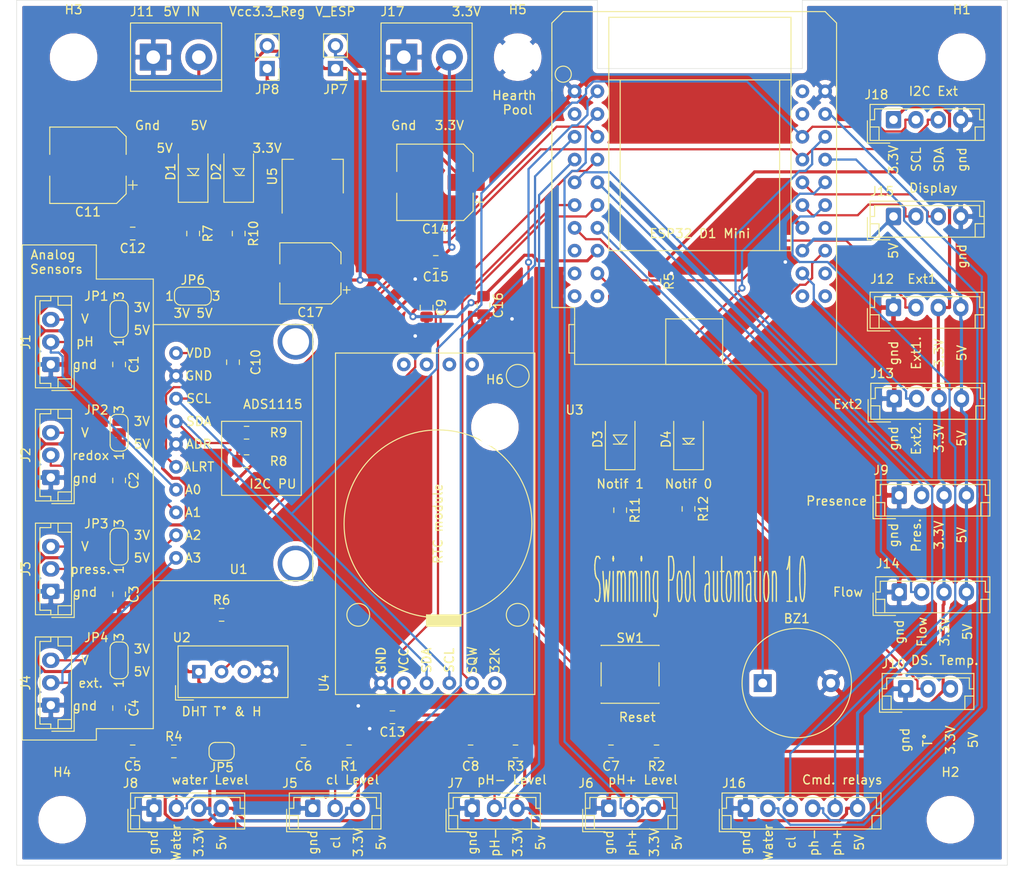
<source format=kicad_pcb>
(kicad_pcb (version 20171130) (host pcbnew 5.1.5-52549c5~84~ubuntu18.04.1)
  (layers (0 F.Cu signal) (31 B.Cu signal) (34 B.Paste user) (35 F.Paste user) (36 B.SilkS user) (37 F.SilkS user) (38 B.Mask user) (39 F.Mask user) (44 Edge.Cuts user))
  (net 0 "")
  (net 1 "Net-(J4-Pad3)")
  (net 2 "Net-(SW1-Pad2)")
  (net 3 GND)
  (net 4 +5V)
  (net 5 +3V3)
  (net 6 "Net-(U3-Pad2)")
  (net 7 "Net-(U4-Pad6)")
  (net 8 /buzzer)
  (net 9 /levelmin_cl)
  (net 10 /levelmin_ph+)
  (net 11 /levelmin_ph-)
  (net 12 /levelmin_water)
  (net 13 /tx2)
  (net 14 /rx2)
  (net 15 /pump_ph+)
  (net 16 /pump_ph-)
  (net 17 /pump_cl)
  (net 18 /pump_water)
  (net 19 /adc_alrt)
  (net 20 /sda)
  (net 21 /scl)
  (net 22 "Net-(U2-Pad3)")
  (net 23 /dht)
  (net 24 "Net-(U3-Pad40)")
  (net 25 "Net-(U3-Pad39)")
  (net 26 /led0)
  (net 27 "Net-(U3-Pad37)")
  (net 28 /led1)
  (net 29 "Net-(U3-Pad30)")
  (net 30 /ext2)
  (net 31 "Net-(U3-Pad22)")
  (net 32 "Net-(U3-Pad21)")
  (net 33 "Net-(U3-Pad20)")
  (net 34 /rtc_int)
  (net 35 /flow)
  (net 36 "Net-(U3-Pad10)")
  (net 37 "Net-(U3-Pad9)")
  (net 38 "Net-(U3-Pad8)")
  (net 39 /ext1)
  (net 40 /presence)
  (net 41 /water_temp)
  (net 42 "Net-(D1-Pad1)")
  (net 43 "Net-(D2-Pad1)")
  (net 44 /pH)
  (net 45 /Cl)
  (net 46 /Press)
  (net 47 /extra)
  (net 48 "Net-(JP5-Pad2)")
  (net 49 "Net-(C10-Pad1)")
  (net 50 "Net-(J1-Pad3)")
  (net 51 "Net-(J2-Pad3)")
  (net 52 "Net-(J3-Pad3)")
  (net 53 "Net-(D3-Pad1)")
  (net 54 /3.3_esp)
  (net 55 "Net-(U4-Pad10)")
  (net 56 "Net-(U4-Pad9)")
  (net 57 "Net-(U4-Pad8)")
  (net 58 "Net-(U4-Pad7)")
  (net 59 /3V3_reg)
  (net 60 "Net-(H1-Pad1)")
  (net 61 "Net-(H2-Pad1)")
  (net 62 "Net-(H3-Pad1)")
  (net 63 "Net-(H4-Pad1)")
  (net 64 "Net-(D4-Pad1)")
  (net 65 "Net-(H6-Pad1)")
  (module MountingHole:MountingHole_4.3mm_M4 (layer F.Cu) (at 129.54 90.805)
    (fp_text reference H6 (at 0 -5.3) (layer F.SilkS))
    (fp_text value MountingHole_Pad)
    (pad 1 np_thru_hole circle (at 0 0) (size 4.3 4.3) (drill 4.3) (layers *.Cu *.Mask) (net 65 "Net-(H6-Pad1)"))
  )
  (module Resistor_SMD:R_0805_2012Metric_Pad1.15x1.40mm_HandSolder (layer F.Cu) (at 151.13 99.94 270)
    (fp_text reference R12 (at 0 -1.65 90) (layer F.SilkS))
    (fp_text value 330)
    (pad 2 smd roundrect (at 1.025 0 270) (size 1.15 1.4) (layers F.Cu F.Paste F.Mask) (roundrect_rratio 0.217391) (net 3 GND))
    (pad 1 smd roundrect (at -1.025 0 270) (size 1.15 1.4) (layers F.Cu F.Paste F.Mask) (roundrect_rratio 0.217391) (net 64 "Net-(D4-Pad1)"))
  )
  (module Diode_SMD:D_SMA (layer F.Cu) (at 151.13 92.17 90)
    (fp_text reference D4 (at 0 -2.5 90) (layer F.SilkS))
    (fp_text value Notif0)
    (pad 2 smd rect (at 2 0 90) (size 2.5 1.8) (layers F.Cu F.Paste F.Mask) (net 26 /led0))
    (pad 1 smd rect (at -2 0 90) (size 2.5 1.8) (layers F.Cu F.Paste F.Mask) (net 64 "Net-(D4-Pad1)"))
  )
  (module MountingHole:MountingHole_4.3mm_M4 (layer F.Cu) (at 132.08 49.53)
    (fp_text reference H5 (at 0 -5.3) (layer F.SilkS))
    (fp_text value MountingHole_Pad)
    (pad 1 np_thru_hole circle (at 0 0) (size 4.3 4.3) (drill 4.3) (layers *.Cu *.Mask) (net 3 GND))
  )
  (module MountingHole:MountingHole_4.3mm_M4 (layer F.Cu) (at 81.28 134.62)
    (fp_text reference H4 (at 0 -5.3) (layer F.SilkS))
    (fp_text value MountingHole_Pad)
    (pad 1 np_thru_hole circle (at 0 0) (size 4.3 4.3) (drill 4.3) (layers *.Cu *.Mask) (net 63 "Net-(H4-Pad1)"))
  )
  (module MountingHole:MountingHole_4.3mm_M4 (layer F.Cu) (at 82.55 49.53)
    (fp_text reference H3 (at 0 -5.3) (layer F.SilkS))
    (fp_text value MountingHole_Pad)
    (pad 1 np_thru_hole circle (at 0 0) (size 4.3 4.3) (drill 4.3) (layers *.Cu *.Mask) (net 62 "Net-(H3-Pad1)"))
  )
  (module MountingHole:MountingHole_4.3mm_M4 (layer F.Cu) (at 180.34 134.62)
    (fp_text reference H2 (at 0 -5.3) (layer F.SilkS))
    (fp_text value MountingHole_Pad)
    (pad 1 np_thru_hole circle (at 0 0) (size 4.3 4.3) (drill 4.3) (layers *.Cu *.Mask) (net 61 "Net-(H2-Pad1)"))
  )
  (module MountingHole:MountingHole_4.3mm_M4 (layer F.Cu) (at 181.61 49.53)
    (fp_text reference H1 (at 0 -5.3) (layer F.SilkS))
    (fp_text value MountingHole_Pad)
    (pad 1 np_thru_hole circle (at 0 0) (size 4.3 4.3) (drill 4.3) (layers *.Cu *.Mask) (net 60 "Net-(H1-Pad1)"))
  )
  (module Connector_JST:JST_EH_B6B-EH-A_1x06_P2.50mm_Vertical (layer F.Cu) (at 157.48 133.35)
    (fp_text reference J16 (at -1.27 -2.8) (layer F.SilkS))
    (fp_text value Relays)
    (pad 6 thru_hole oval (at 12.5 0) (size 1.7 1.95) (drill 0.95) (layers *.Cu *.Mask) (net 4 +5V))
    (pad 5 thru_hole oval (at 10 0) (size 1.7 1.95) (drill 0.95) (layers *.Cu *.Mask) (net 15 /pump_ph+))
    (pad 4 thru_hole oval (at 7.5 0) (size 1.7 1.95) (drill 0.95) (layers *.Cu *.Mask) (net 16 /pump_ph-))
    (pad 3 thru_hole oval (at 5 0) (size 1.7 1.95) (drill 0.95) (layers *.Cu *.Mask) (net 17 /pump_cl))
    (pad 2 thru_hole oval (at 2.5 0) (size 1.7 1.95) (drill 0.95) (layers *.Cu *.Mask) (net 18 /pump_water))
    (pad 1 thru_hole roundrect (at 0 0) (size 1.7 1.95) (drill 0.95) (layers *.Cu *.Mask) (roundrect_rratio 0.147059) (net 3 GND))
  )
  (module Connector_JST:JST_EH_B4B-EH-A_1x04_P2.50mm_Vertical (layer F.Cu) (at 173.99 56.515)
    (fp_text reference J18 (at -1.905 -2.8) (layer F.SilkS))
    (fp_text value I2C_est1)
    (pad 4 thru_hole oval (at 7.5 0) (size 1.7 1.95) (drill 0.95) (layers *.Cu *.Mask) (net 3 GND))
    (pad 3 thru_hole oval (at 5 0) (size 1.7 1.95) (drill 0.95) (layers *.Cu *.Mask) (net 20 /sda))
    (pad 2 thru_hole oval (at 2.5 0) (size 1.7 1.95) (drill 0.95) (layers *.Cu *.Mask) (net 21 /scl))
    (pad 1 thru_hole roundrect (at 0 0) (size 1.7 1.95) (drill 0.95) (layers *.Cu *.Mask) (roundrect_rratio 0.147059) (net 5 +3V3))
  )
  (module Capacitor_SMD:CP_Elec_6.3x9.9 (layer F.Cu) (at 108.96 73.66 180)
    (fp_text reference C17 (at 0 -4.35) (layer F.SilkS))
    (fp_text value 10u)
    (pad 2 smd roundrect (at 2.8 0 180) (size 3.5 1.6) (layers F.Cu F.Paste F.Mask) (roundrect_rratio 0.15625) (net 3 GND))
    (pad 1 smd roundrect (at -2.8 0 180) (size 3.5 1.6) (layers F.Cu F.Paste F.Mask) (roundrect_rratio 0.15625) (net 54 /3.3_esp))
  )
  (module Capacitor_SMD:C_0805_2012Metric_Pad1.15x1.40mm_HandSolder (layer F.Cu) (at 128.27 77.225 270)
    (fp_text reference C16 (at 0 -1.65 90) (layer F.SilkS))
    (fp_text value 1u)
    (pad 2 smd roundrect (at 1.025 0 270) (size 1.15 1.4) (layers F.Cu F.Paste F.Mask) (roundrect_rratio 0.217391) (net 3 GND))
    (pad 1 smd roundrect (at -1.025 0 270) (size 1.15 1.4) (layers F.Cu F.Paste F.Mask) (roundrect_rratio 0.217391) (net 54 /3.3_esp))
  )
  (module Diode_SMD:D_SMA (layer F.Cu) (at 143.51 92.17 90)
    (fp_text reference D3 (at 0 -2.5 90) (layer F.SilkS))
    (fp_text value Notif1)
    (pad 2 smd rect (at 2 0 90) (size 2.5 1.8) (layers F.Cu F.Paste F.Mask) (net 28 /led1))
    (pad 1 smd rect (at -2 0 90) (size 2.5 1.8) (layers F.Cu F.Paste F.Mask) (net 53 "Net-(D3-Pad1)"))
  )
  (module Diode_SMD:D_SMA (layer F.Cu) (at 100.965 62.325 90)
    (fp_text reference D2 (at 0 -2.5 90) (layer F.SilkS))
    (fp_text value 3.3V)
    (pad 2 smd rect (at 2 0 90) (size 2.5 1.8) (layers F.Cu F.Paste F.Mask) (net 5 +3V3))
    (pad 1 smd rect (at -2 0 90) (size 2.5 1.8) (layers F.Cu F.Paste F.Mask) (net 43 "Net-(D2-Pad1)"))
  )
  (module Connector_PinHeader_2.54mm:PinHeader_1x02_P2.54mm_Vertical (layer F.Cu) (at 104.14 50.8 180)
    (fp_text reference JP8 (at 0 -2.33) (layer F.SilkS))
    (fp_text value VCC_33)
    (pad 2 thru_hole oval (at 0 2.54 180) (size 1.7 1.7) (drill 1) (layers *.Cu *.Mask) (net 5 +3V3))
    (pad 1 thru_hole rect (at 0 0 180) (size 1.7 1.7) (drill 1) (layers *.Cu *.Mask) (net 59 /3V3_reg))
  )
  (module TerminalBlock:TerminalBlock_bornier-2_P5.08mm (layer F.Cu) (at 119.38 49.53)
    (fp_text reference J17 (at -1.27 -5.08) (layer F.SilkS))
    (fp_text value VCC_3.3V)
    (pad 2 thru_hole circle (at 5.08 0) (size 3 3) (drill 1.52) (layers *.Cu *.Mask) (net 5 +3V3))
    (pad 1 thru_hole rect (at 0 0) (size 3 3) (drill 1.52) (layers *.Cu *.Mask) (net 3 GND))
  )
  (module Diode_SMD:D_SMA (layer F.Cu) (at 95.885 62.325 90)
    (fp_text reference D1 (at 0 -2.5 90) (layer F.SilkS))
    (fp_text value 5.5V)
    (pad 2 smd rect (at 2 0 90) (size 2.5 1.8) (layers F.Cu F.Paste F.Mask) (net 4 +5V))
    (pad 1 smd rect (at -2 0 90) (size 2.5 1.8) (layers F.Cu F.Paste F.Mask) (net 42 "Net-(D1-Pad1)"))
  )
  (module Resistor_SMD:R_0805_2012Metric_Pad1.15x1.40mm_HandSolder (layer F.Cu) (at 143.51 100.085 270)
    (fp_text reference R11 (at 0 -1.65 90) (layer F.SilkS))
    (fp_text value 330)
    (pad 2 smd roundrect (at 1.025 0 270) (size 1.15 1.4) (layers F.Cu F.Paste F.Mask) (roundrect_rratio 0.217391) (net 3 GND))
    (pad 1 smd roundrect (at -1.025 0 270) (size 1.15 1.4) (layers F.Cu F.Paste F.Mask) (roundrect_rratio 0.217391) (net 53 "Net-(D3-Pad1)"))
  )
  (module Resistor_SMD:R_0805_2012Metric_Pad1.15x1.40mm_HandSolder (layer F.Cu) (at 100.965 69.215 270)
    (fp_text reference R10 (at 0 -1.65 90) (layer F.SilkS))
    (fp_text value 330)
    (pad 2 smd roundrect (at 1.025 0 270) (size 1.15 1.4) (layers F.Cu F.Paste F.Mask) (roundrect_rratio 0.217391) (net 3 GND))
    (pad 1 smd roundrect (at -1.025 0 270) (size 1.15 1.4) (layers F.Cu F.Paste F.Mask) (roundrect_rratio 0.217391) (net 43 "Net-(D2-Pad1)"))
  )
  (module Resistor_SMD:R_0805_2012Metric_Pad1.15x1.40mm_HandSolder (layer F.Cu) (at 101.845 91.44 180)
    (fp_text reference R9 (at -3.565 0) (layer F.SilkS))
    (fp_text value 2.2k)
    (pad 2 smd roundrect (at 1.025 0 180) (size 1.15 1.4) (layers F.Cu F.Paste F.Mask) (roundrect_rratio 0.217391) (net 21 /scl))
    (pad 1 smd roundrect (at -1.025 0 180) (size 1.15 1.4) (layers F.Cu F.Paste F.Mask) (roundrect_rratio 0.217391) (net 5 +3V3))
  )
  (module Resistor_SMD:R_0805_2012Metric_Pad1.15x1.40mm_HandSolder (layer F.Cu) (at 101.845 94.615 180)
    (fp_text reference R8 (at -3.565 0) (layer F.SilkS))
    (fp_text value 2.2k)
    (pad 2 smd roundrect (at 1.025 0 180) (size 1.15 1.4) (layers F.Cu F.Paste F.Mask) (roundrect_rratio 0.217391) (net 20 /sda))
    (pad 1 smd roundrect (at -1.025 0 180) (size 1.15 1.4) (layers F.Cu F.Paste F.Mask) (roundrect_rratio 0.217391) (net 5 +3V3))
  )
  (module Resistor_SMD:R_0805_2012Metric_Pad1.15x1.40mm_HandSolder (layer F.Cu) (at 95.885 69.215 270)
    (fp_text reference R7 (at 0 -1.65 90) (layer F.SilkS))
    (fp_text value 470)
    (pad 2 smd roundrect (at 1.025 0 270) (size 1.15 1.4) (layers F.Cu F.Paste F.Mask) (roundrect_rratio 0.217391) (net 3 GND))
    (pad 1 smd roundrect (at -1.025 0 270) (size 1.15 1.4) (layers F.Cu F.Paste F.Mask) (roundrect_rratio 0.217391) (net 42 "Net-(D1-Pad1)"))
  )
  (module Resistor_SMD:R_0805_2012Metric_Pad1.15x1.40mm_HandSolder (layer F.Cu) (at 99.06 111.76)
    (fp_text reference R6 (at 0 -1.65) (layer F.SilkS))
    (fp_text value 10k)
    (pad 2 smd roundrect (at 1.025 0) (size 1.15 1.4) (layers F.Cu F.Paste F.Mask) (roundrect_rratio 0.217391) (net 23 /dht))
    (pad 1 smd roundrect (at -1.025 0) (size 1.15 1.4) (layers F.Cu F.Paste F.Mask) (roundrect_rratio 0.217391) (net 5 +3V3))
  )
  (module Resistor_SMD:R_0805_2012Metric_Pad1.15x1.40mm_HandSolder (layer F.Cu) (at 147.32 74.54 270)
    (fp_text reference R5 (at 0 -1.65 90) (layer F.SilkS))
    (fp_text value 10k)
    (pad 2 smd roundrect (at 1.025 0 270) (size 1.15 1.4) (layers F.Cu F.Paste F.Mask) (roundrect_rratio 0.217391) (net 41 /water_temp))
    (pad 1 smd roundrect (at -1.025 0 270) (size 1.15 1.4) (layers F.Cu F.Paste F.Mask) (roundrect_rratio 0.217391) (net 5 +3V3))
  )
  (module Resistor_SMD:R_0805_2012Metric_Pad1.15x1.40mm_HandSolder (layer F.Cu) (at 93.735 127)
    (fp_text reference R4 (at 0 -1.65) (layer F.SilkS))
    (fp_text value 10k)
    (pad 2 smd roundrect (at 1.025 0) (size 1.15 1.4) (layers F.Cu F.Paste F.Mask) (roundrect_rratio 0.217391) (net 48 "Net-(JP5-Pad2)"))
    (pad 1 smd roundrect (at -1.025 0) (size 1.15 1.4) (layers F.Cu F.Paste F.Mask) (roundrect_rratio 0.217391) (net 12 /levelmin_water))
  )
  (module Resistor_SMD:R_0805_2012Metric_Pad1.15x1.40mm_HandSolder (layer F.Cu) (at 131.835 127 180)
    (fp_text reference R3 (at 0 -1.65) (layer F.SilkS))
    (fp_text value 10k)
    (pad 2 smd roundrect (at 1.025 0 180) (size 1.15 1.4) (layers F.Cu F.Paste F.Mask) (roundrect_rratio 0.217391) (net 11 /levelmin_ph-))
    (pad 1 smd roundrect (at -1.025 0 180) (size 1.15 1.4) (layers F.Cu F.Paste F.Mask) (roundrect_rratio 0.217391) (net 5 +3V3))
  )
  (module Resistor_SMD:R_0805_2012Metric_Pad1.15x1.40mm_HandSolder (layer F.Cu) (at 147.565 127 180)
    (fp_text reference R2 (at 0 -1.65) (layer F.SilkS))
    (fp_text value 10k)
    (pad 2 smd roundrect (at 1.025 0 180) (size 1.15 1.4) (layers F.Cu F.Paste F.Mask) (roundrect_rratio 0.217391) (net 10 /levelmin_ph+))
    (pad 1 smd roundrect (at -1.025 0 180) (size 1.15 1.4) (layers F.Cu F.Paste F.Mask) (roundrect_rratio 0.217391) (net 5 +3V3))
  )
  (module Resistor_SMD:R_0805_2012Metric_Pad1.15x1.40mm_HandSolder (layer F.Cu) (at 113.275 127 180)
    (fp_text reference R1 (at 0 -1.65) (layer F.SilkS))
    (fp_text value 10k)
    (pad 2 smd roundrect (at 1.025 0 180) (size 1.15 1.4) (layers F.Cu F.Paste F.Mask) (roundrect_rratio 0.217391) (net 9 /levelmin_cl))
    (pad 1 smd roundrect (at -1.025 0 180) (size 1.15 1.4) (layers F.Cu F.Paste F.Mask) (roundrect_rratio 0.217391) (net 5 +3V3))
  )
  (module Connector_PinHeader_2.54mm:PinHeader_1x02_P2.54mm_Vertical (layer F.Cu) (at 111.76 50.8 180)
    (fp_text reference JP7 (at 0 -2.33) (layer F.SilkS))
    (fp_text value vccESP)
    (pad 2 thru_hole oval (at 0 2.54 180) (size 1.7 1.7) (drill 1) (layers *.Cu *.Mask) (net 54 /3.3_esp))
    (pad 1 thru_hole rect (at 0 0 180) (size 1.7 1.7) (drill 1) (layers *.Cu *.Mask) (net 5 +3V3))
  )
  (module Capacitor_SMD:C_0805_2012Metric_Pad1.15x1.40mm_HandSolder (layer F.Cu) (at 122.945 72.39 180)
    (fp_text reference C15 (at 0 -1.65) (layer F.SilkS))
    (fp_text value 100n)
    (pad 2 smd roundrect (at 1.025 0 180) (size 1.15 1.4) (layers F.Cu F.Paste F.Mask) (roundrect_rratio 0.217391) (net 3 GND))
    (pad 1 smd roundrect (at -1.025 0 180) (size 1.15 1.4) (layers F.Cu F.Paste F.Mask) (roundrect_rratio 0.217391) (net 5 +3V3))
  )
  (module Capacitor_SMD:CP_Elec_8x11.9 (layer F.Cu) (at 122.855 63.5 180)
    (fp_text reference C14 (at 0 -5.2) (layer F.SilkS))
    (fp_text value 47u)
    (pad 2 smd roundrect (at 3.475 0 180) (size 4.15 1.9) (layers F.Cu F.Paste F.Mask) (roundrect_rratio 0.131579) (net 3 GND))
    (pad 1 smd roundrect (at -3.475 0 180) (size 4.15 1.9) (layers F.Cu F.Paste F.Mask) (roundrect_rratio 0.131579) (net 5 +3V3))
  )
  (module Capacitor_SMD:C_0805_2012Metric_Pad1.15x1.40mm_HandSolder (layer F.Cu) (at 118.11 123.19 180)
    (fp_text reference C13 (at 0 -1.65) (layer F.SilkS))
    (fp_text value 100n)
    (pad 2 smd roundrect (at 1.025 0 180) (size 1.15 1.4) (layers F.Cu F.Paste F.Mask) (roundrect_rratio 0.217391) (net 3 GND))
    (pad 1 smd roundrect (at -1.025 0 180) (size 1.15 1.4) (layers F.Cu F.Paste F.Mask) (roundrect_rratio 0.217391) (net 5 +3V3))
  )
  (module Capacitor_SMD:C_0805_2012Metric_Pad1.15x1.40mm_HandSolder (layer F.Cu) (at 89.145 69.215 180)
    (fp_text reference C12 (at 0 -1.65) (layer F.SilkS))
    (fp_text value 100n)
    (pad 2 smd roundrect (at 1.025 0 180) (size 1.15 1.4) (layers F.Cu F.Paste F.Mask) (roundrect_rratio 0.217391) (net 3 GND))
    (pad 1 smd roundrect (at -1.025 0 180) (size 1.15 1.4) (layers F.Cu F.Paste F.Mask) (roundrect_rratio 0.217391) (net 4 +5V))
  )
  (module Capacitor_SMD:CP_Elec_8x11.9 (layer F.Cu) (at 84.155 61.595 180)
    (fp_text reference C11 (at 0 -5.2) (layer F.SilkS))
    (fp_text value 47u)
    (pad 2 smd roundrect (at 3.475 0 180) (size 4.15 1.9) (layers F.Cu F.Paste F.Mask) (roundrect_rratio 0.131579) (net 3 GND))
    (pad 1 smd roundrect (at -3.475 0 180) (size 4.15 1.9) (layers F.Cu F.Paste F.Mask) (roundrect_rratio 0.131579) (net 4 +5V))
  )
  (module Capacitor_SMD:C_0805_2012Metric_Pad1.15x1.40mm_HandSolder (layer F.Cu) (at 100.33 83.575 270)
    (fp_text reference C10 (at 0 -2.54 90) (layer F.SilkS))
    (fp_text value 100n)
    (pad 2 smd roundrect (at 1.025 0 270) (size 1.15 1.4) (layers F.Cu F.Paste F.Mask) (roundrect_rratio 0.217391) (net 3 GND))
    (pad 1 smd roundrect (at -1.025 0 270) (size 1.15 1.4) (layers F.Cu F.Paste F.Mask) (roundrect_rratio 0.217391) (net 49 "Net-(C10-Pad1)"))
  )
  (module Capacitor_SMD:C_0805_2012Metric_Pad1.15x1.40mm_HandSolder (layer F.Cu) (at 121.92 77.47 270)
    (fp_text reference C9 (at 0 -1.65 90) (layer F.SilkS))
    (fp_text value 100n)
    (pad 2 smd roundrect (at 1.025 0 270) (size 1.15 1.4) (layers F.Cu F.Paste F.Mask) (roundrect_rratio 0.217391) (net 3 GND))
    (pad 1 smd roundrect (at -1.025 0 270) (size 1.15 1.4) (layers F.Cu F.Paste F.Mask) (roundrect_rratio 0.217391) (net 54 /3.3_esp))
  )
  (module Capacitor_SMD:C_0805_2012Metric_Pad1.15x1.40mm_HandSolder (layer F.Cu) (at 126.83 127 180)
    (fp_text reference C8 (at 0 -1.65) (layer F.SilkS))
    (fp_text value 100p)
    (pad 2 smd roundrect (at 1.025 0 180) (size 1.15 1.4) (layers F.Cu F.Paste F.Mask) (roundrect_rratio 0.217391) (net 3 GND))
    (pad 1 smd roundrect (at -1.025 0 180) (size 1.15 1.4) (layers F.Cu F.Paste F.Mask) (roundrect_rratio 0.217391) (net 11 /levelmin_ph-))
  )
  (module Capacitor_SMD:C_0805_2012Metric_Pad1.15x1.40mm_HandSolder (layer F.Cu) (at 142.485 127 180)
    (fp_text reference C7 (at 0 -1.65) (layer F.SilkS))
    (fp_text value 100p)
    (pad 2 smd roundrect (at 1.025 0 180) (size 1.15 1.4) (layers F.Cu F.Paste F.Mask) (roundrect_rratio 0.217391) (net 3 GND))
    (pad 1 smd roundrect (at -1.025 0 180) (size 1.15 1.4) (layers F.Cu F.Paste F.Mask) (roundrect_rratio 0.217391) (net 10 /levelmin_ph+))
  )
  (module Capacitor_SMD:C_0805_2012Metric_Pad1.15x1.40mm_HandSolder (layer F.Cu) (at 108.195 127 180)
    (fp_text reference C6 (at 0 -1.65) (layer F.SilkS))
    (fp_text value 100p)
    (pad 2 smd roundrect (at 1.025 0 180) (size 1.15 1.4) (layers F.Cu F.Paste F.Mask) (roundrect_rratio 0.217391) (net 3 GND))
    (pad 1 smd roundrect (at -1.025 0 180) (size 1.15 1.4) (layers F.Cu F.Paste F.Mask) (roundrect_rratio 0.217391) (net 9 /levelmin_cl))
  )
  (module Capacitor_SMD:C_0805_2012Metric_Pad1.15x1.40mm_HandSolder (layer F.Cu) (at 89.145 127 180)
    (fp_text reference C5 (at 0 -1.65) (layer F.SilkS))
    (fp_text value 100p)
    (pad 2 smd roundrect (at 1.025 0 180) (size 1.15 1.4) (layers F.Cu F.Paste F.Mask) (roundrect_rratio 0.217391) (net 3 GND))
    (pad 1 smd roundrect (at -1.025 0 180) (size 1.15 1.4) (layers F.Cu F.Paste F.Mask) (roundrect_rratio 0.217391) (net 12 /levelmin_water))
  )
  (module Capacitor_SMD:C_0805_2012Metric_Pad1.15x1.40mm_HandSolder (layer F.Cu) (at 87.63 122.165 270)
    (fp_text reference C4 (at 0 -1.65 90) (layer F.SilkS))
    (fp_text value 100p)
    (pad 2 smd roundrect (at 1.025 0 270) (size 1.15 1.4) (layers F.Cu F.Paste F.Mask) (roundrect_rratio 0.217391) (net 3 GND))
    (pad 1 smd roundrect (at -1.025 0 270) (size 1.15 1.4) (layers F.Cu F.Paste F.Mask) (roundrect_rratio 0.217391) (net 47 /extra))
  )
  (module Capacitor_SMD:C_0805_2012Metric_Pad1.15x1.40mm_HandSolder (layer F.Cu) (at 87.63 109.465 270)
    (fp_text reference C3 (at 0 -1.65 90) (layer F.SilkS))
    (fp_text value 100p)
    (pad 2 smd roundrect (at 1.025 0 270) (size 1.15 1.4) (layers F.Cu F.Paste F.Mask) (roundrect_rratio 0.217391) (net 3 GND))
    (pad 1 smd roundrect (at -1.025 0 270) (size 1.15 1.4) (layers F.Cu F.Paste F.Mask) (roundrect_rratio 0.217391) (net 46 /Press))
  )
  (module Capacitor_SMD:C_0805_2012Metric_Pad1.15x1.40mm_HandSolder (layer F.Cu) (at 87.63 96.765 270)
    (fp_text reference C2 (at 0 -1.65 90) (layer F.SilkS))
    (fp_text value 100p)
    (pad 2 smd roundrect (at 1.025 0 270) (size 1.15 1.4) (layers F.Cu F.Paste F.Mask) (roundrect_rratio 0.217391) (net 3 GND))
    (pad 1 smd roundrect (at -1.025 0 270) (size 1.15 1.4) (layers F.Cu F.Paste F.Mask) (roundrect_rratio 0.217391) (net 45 /Cl))
  )
  (module Capacitor_SMD:C_0805_2012Metric_Pad1.15x1.40mm_HandSolder (layer F.Cu) (at 87.63 83.82 270)
    (fp_text reference C1 (at 0 -1.65 90) (layer F.SilkS))
    (fp_text value 100p)
    (pad 2 smd roundrect (at 1.025 0 270) (size 1.15 1.4) (layers F.Cu F.Paste F.Mask) (roundrect_rratio 0.217391) (net 3 GND))
    (pad 1 smd roundrect (at -1.025 0 270) (size 1.15 1.4) (layers F.Cu F.Paste F.Mask) (roundrect_rratio 0.217391) (net 44 /pH))
  )
  (module Package_TO_SOT_SMD:SOT-223-3_TabPin2 (layer F.Cu) (at 109.22 62.84 90)
    (fp_text reference U5 (at 0 -4.5 90) (layer F.SilkS))
    (fp_text value AMS1117-3.3)
    (pad 1 smd rect (at -3.15 -2.3 90) (size 2 1.5) (layers F.Cu F.Paste F.Mask) (net 3 GND))
    (pad 3 smd rect (at -3.15 2.3 90) (size 2 1.5) (layers F.Cu F.Paste F.Mask) (net 4 +5V))
    (pad 2 smd rect (at -3.15 0 90) (size 2 1.5) (layers F.Cu F.Paste F.Mask) (net 59 /3V3_reg))
    (pad 2 smd rect (at 3.15 0 90) (size 2 3.8) (layers F.Cu F.Paste F.Mask) (net 59 /3V3_reg))
  )
  (module Jumper:SolderJumper-2_P1.3mm_Open_RoundedPad1.0x1.5mm (layer F.Cu) (at 99.06 127 180)
    (fp_text reference JP5 (at 0 -1.8) (layer F.SilkS))
    (fp_text value pu_water)
    (pad 2 smd custom (at 0.65 0 180) (size 1 0.5) (layers F.Cu F.Mask) (net 48 "Net-(JP5-Pad2)") (options (clearance outline) (anchor rect)) (primitives (gr_circle (center 0 0.25) (end 0.5 0.25) (width 0)) (gr_circle (center 0 -0.25) (end 0.5 -0.25) (width 0)) (gr_poly (pts (xy 0 -0.75) (xy -0.5 -0.75) (xy -0.5 0.75) (xy 0 0.75)) (width 0))))
    (pad 1 smd custom (at -0.65 0 180) (size 1 0.5) (layers F.Cu F.Mask) (net 5 +3V3) (options (clearance outline) (anchor rect)) (primitives (gr_circle (center 0 0.25) (end 0.5 0.25) (width 0)) (gr_circle (center 0 -0.25) (end 0.5 -0.25) (width 0)) (gr_poly (pts (xy 0 -0.75) (xy 0.5 -0.75) (xy 0.5 0.75) (xy 0 0.75)) (width 0))))
  )
  (module Jumper:SolderJumper-3_P1.3mm_Bridged12_RoundedPad1.0x1.5mm_NumberLabels (layer F.Cu) (at 95.855 76.2)
    (fp_text reference JP6 (at 0 -1.8) (layer F.SilkS))
    (fp_text value V_ads)
    (fp_poly (pts (xy -0.9 -0.3) (xy -0.4 -0.3) (xy -0.4 0.3) (xy -0.9 0.3)) (layer F.Cu) (width 0))
    (fp_text user 1 (at -2.6 0) (layer F.SilkS))
    (fp_text user 3 (at 2.6 0) (layer F.SilkS))
    (pad 1 smd custom (at -1.3 0) (size 1 0.5) (layers F.Cu F.Mask) (net 5 +3V3) (options (clearance outline) (anchor rect)) (primitives (gr_poly (pts (xy 0.55 -0.75) (xy 0 -0.75) (xy 0 0.75) (xy 0.55 0.75)) (width 0)) (gr_circle (center 0 0.25) (end 0.5 0.25) (width 0)) (gr_circle (center 0 -0.25) (end 0.5 -0.25) (width 0))))
    (pad 2 smd rect (at 0 0) (size 1 1.5) (layers F.Cu F.Mask) (net 49 "Net-(C10-Pad1)"))
    (pad 3 smd custom (at 1.3 0) (size 1 0.5) (layers F.Cu F.Mask) (net 4 +5V) (options (clearance outline) (anchor rect)) (primitives (gr_circle (center 0 0.25) (end 0.5 0.25) (width 0)) (gr_circle (center 0 -0.25) (end 0.5 -0.25) (width 0)) (gr_poly (pts (xy -0.55 -0.75) (xy 0 -0.75) (xy 0 0.75) (xy -0.55 0.75)) (width 0))))
  )
  (module Jumper:SolderJumper-3_P1.3mm_Bridged12_RoundedPad1.0x1.5mm_NumberLabels (layer F.Cu) (at 87.63 116.84 90)
    (fp_text reference JP4 (at 2.54 -2.54) (layer F.SilkS))
    (fp_text value V_extra)
    (fp_poly (pts (xy -0.9 -0.3) (xy -0.4 -0.3) (xy -0.4 0.3) (xy -0.9 0.3)) (layer F.Cu) (width 0))
    (fp_text user 1 (at -2.6 0 90) (layer F.SilkS))
    (fp_text user 3 (at 2.6 0 90) (layer F.SilkS))
    (pad 1 smd custom (at -1.3 0 90) (size 1 0.5) (layers F.Cu F.Mask) (net 4 +5V) (options (clearance outline) (anchor rect)) (primitives (gr_poly (pts (xy 0.55 -0.75) (xy 0 -0.75) (xy 0 0.75) (xy 0.55 0.75)) (width 0)) (gr_circle (center 0 0.25) (end 0.5 0.25) (width 0)) (gr_circle (center 0 -0.25) (end 0.5 -0.25) (width 0))))
    (pad 2 smd rect (at 0 0 90) (size 1 1.5) (layers F.Cu F.Mask) (net 1 "Net-(J4-Pad3)"))
    (pad 3 smd custom (at 1.3 0 90) (size 1 0.5) (layers F.Cu F.Mask) (net 5 +3V3) (options (clearance outline) (anchor rect)) (primitives (gr_circle (center 0 0.25) (end 0.5 0.25) (width 0)) (gr_circle (center 0 -0.25) (end 0.5 -0.25) (width 0)) (gr_poly (pts (xy -0.55 -0.75) (xy 0 -0.75) (xy 0 0.75) (xy -0.55 0.75)) (width 0))))
  )
  (module Jumper:SolderJumper-3_P1.3mm_Bridged12_RoundedPad1.0x1.5mm_NumberLabels (layer F.Cu) (at 87.63 104.14 90)
    (fp_text reference JP3 (at 2.54 -2.54 180) (layer F.SilkS))
    (fp_text value V_Press.)
    (fp_poly (pts (xy -0.9 -0.3) (xy -0.4 -0.3) (xy -0.4 0.3) (xy -0.9 0.3)) (layer F.Cu) (width 0))
    (fp_text user 1 (at -2.6 0 90) (layer F.SilkS))
    (fp_text user 3 (at 2.6 0 90) (layer F.SilkS))
    (pad 1 smd custom (at -1.3 0 90) (size 1 0.5) (layers F.Cu F.Mask) (net 4 +5V) (options (clearance outline) (anchor rect)) (primitives (gr_poly (pts (xy 0.55 -0.75) (xy 0 -0.75) (xy 0 0.75) (xy 0.55 0.75)) (width 0)) (gr_circle (center 0 0.25) (end 0.5 0.25) (width 0)) (gr_circle (center 0 -0.25) (end 0.5 -0.25) (width 0))))
    (pad 2 smd rect (at 0 0 90) (size 1 1.5) (layers F.Cu F.Mask) (net 52 "Net-(J3-Pad3)"))
    (pad 3 smd custom (at 1.3 0 90) (size 1 0.5) (layers F.Cu F.Mask) (net 5 +3V3) (options (clearance outline) (anchor rect)) (primitives (gr_circle (center 0 0.25) (end 0.5 0.25) (width 0)) (gr_circle (center 0 -0.25) (end 0.5 -0.25) (width 0)) (gr_poly (pts (xy -0.55 -0.75) (xy 0 -0.75) (xy 0 0.75) (xy -0.55 0.75)) (width 0))))
  )
  (module Jumper:SolderJumper-3_P1.3mm_Bridged12_RoundedPad1.0x1.5mm_NumberLabels (layer F.Cu) (at 87.63 91.44 90)
    (fp_text reference JP2 (at 2.54 -2.54 180) (layer F.SilkS))
    (fp_text value V_cl)
    (fp_poly (pts (xy -0.9 -0.3) (xy -0.4 -0.3) (xy -0.4 0.3) (xy -0.9 0.3)) (layer F.Cu) (width 0))
    (fp_text user 1 (at -2.6 0 90) (layer F.SilkS))
    (fp_text user 3 (at 2.6 0 90) (layer F.SilkS))
    (pad 1 smd custom (at -1.3 0 90) (size 1 0.5) (layers F.Cu F.Mask) (net 4 +5V) (options (clearance outline) (anchor rect)) (primitives (gr_poly (pts (xy 0.55 -0.75) (xy 0 -0.75) (xy 0 0.75) (xy 0.55 0.75)) (width 0)) (gr_circle (center 0 0.25) (end 0.5 0.25) (width 0)) (gr_circle (center 0 -0.25) (end 0.5 -0.25) (width 0))))
    (pad 2 smd rect (at 0 0 90) (size 1 1.5) (layers F.Cu F.Mask) (net 51 "Net-(J2-Pad3)"))
    (pad 3 smd custom (at 1.3 0 90) (size 1 0.5) (layers F.Cu F.Mask) (net 5 +3V3) (options (clearance outline) (anchor rect)) (primitives (gr_circle (center 0 0.25) (end 0.5 0.25) (width 0)) (gr_circle (center 0 -0.25) (end 0.5 -0.25) (width 0)) (gr_poly (pts (xy -0.55 -0.75) (xy 0 -0.75) (xy 0 0.75) (xy -0.55 0.75)) (width 0))))
  )
  (module Jumper:SolderJumper-3_P1.3mm_Bridged12_RoundedPad1.0x1.5mm_NumberLabels (layer F.Cu) (at 87.63 78.74 90)
    (fp_text reference JP1 (at 2.54 -2.54) (layer F.SilkS))
    (fp_text value V_pH)
    (fp_poly (pts (xy -0.9 -0.3) (xy -0.4 -0.3) (xy -0.4 0.3) (xy -0.9 0.3)) (layer F.Cu) (width 0))
    (fp_text user 1 (at -2.6 0 90) (layer F.SilkS))
    (fp_text user 3 (at 2.6 0 90) (layer F.SilkS))
    (pad 1 smd custom (at -1.3 0 90) (size 1 0.5) (layers F.Cu F.Mask) (net 4 +5V) (options (clearance outline) (anchor rect)) (primitives (gr_poly (pts (xy 0.55 -0.75) (xy 0 -0.75) (xy 0 0.75) (xy 0.55 0.75)) (width 0)) (gr_circle (center 0 0.25) (end 0.5 0.25) (width 0)) (gr_circle (center 0 -0.25) (end 0.5 -0.25) (width 0))))
    (pad 2 smd rect (at 0 0 90) (size 1 1.5) (layers F.Cu F.Mask) (net 50 "Net-(J1-Pad3)"))
    (pad 3 smd custom (at 1.3 0 90) (size 1 0.5) (layers F.Cu F.Mask) (net 5 +3V3) (options (clearance outline) (anchor rect)) (primitives (gr_circle (center 0 0.25) (end 0.5 0.25) (width 0)) (gr_circle (center 0 -0.25) (end 0.5 -0.25) (width 0)) (gr_poly (pts (xy -0.55 -0.75) (xy 0 -0.75) (xy 0 0.75) (xy -0.55 0.75)) (width 0))))
  )
  (module Connector_JST:JST_EH_B4B-EH-A_1x04_P2.50mm_Vertical (layer F.Cu) (at 91.52 133.35)
    (fp_text reference J8 (at -2.62 -2.8) (layer F.SilkS))
    (fp_text value Water_level)
    (pad 4 thru_hole oval (at 7.5 0) (size 1.7 1.95) (drill 0.95) (layers *.Cu *.Mask) (net 4 +5V))
    (pad 3 thru_hole oval (at 5 0) (size 1.7 1.95) (drill 0.95) (layers *.Cu *.Mask) (net 5 +3V3))
    (pad 2 thru_hole oval (at 2.5 0) (size 1.7 1.95) (drill 0.95) (layers *.Cu *.Mask) (net 12 /levelmin_water))
    (pad 1 thru_hole roundrect (at 0 0) (size 1.7 1.95) (drill 0.95) (layers *.Cu *.Mask) (roundrect_rratio 0.147059) (net 3 GND))
  )
  (module Connector_JST:JST_EH_B4B-EH-A_1x04_P2.50mm_Vertical (layer F.Cu) (at 174.625 109.22)
    (fp_text reference J14 (at -1.27 -3.175) (layer F.SilkS))
    (fp_text value Flow)
    (pad 4 thru_hole oval (at 7.5 0) (size 1.7 1.95) (drill 0.95) (layers *.Cu *.Mask) (net 4 +5V))
    (pad 3 thru_hole oval (at 5 0) (size 1.7 1.95) (drill 0.95) (layers *.Cu *.Mask) (net 5 +3V3))
    (pad 2 thru_hole oval (at 2.5 0) (size 1.7 1.95) (drill 0.95) (layers *.Cu *.Mask) (net 35 /flow))
    (pad 1 thru_hole roundrect (at 0 0) (size 1.7 1.95) (drill 0.95) (layers *.Cu *.Mask) (roundrect_rratio 0.147059) (net 3 GND))
  )
  (module Connector_JST:JST_EH_B4B-EH-A_1x04_P2.50mm_Vertical (layer F.Cu) (at 174.07 87.63)
    (fp_text reference J13 (at -1.35 -2.8) (layer F.SilkS))
    (fp_text value Ext2)
    (pad 4 thru_hole oval (at 7.5 0) (size 1.7 1.95) (drill 0.95) (layers *.Cu *.Mask) (net 4 +5V))
    (pad 3 thru_hole oval (at 5 0) (size 1.7 1.95) (drill 0.95) (layers *.Cu *.Mask) (net 5 +3V3))
    (pad 2 thru_hole oval (at 2.5 0) (size 1.7 1.95) (drill 0.95) (layers *.Cu *.Mask) (net 30 /ext2))
    (pad 1 thru_hole roundrect (at 0 0) (size 1.7 1.95) (drill 0.95) (layers *.Cu *.Mask) (roundrect_rratio 0.147059) (net 3 GND))
  )
  (module Connector_JST:JST_EH_B4B-EH-A_1x04_P2.50mm_Vertical (layer F.Cu) (at 173.99 77.47)
    (fp_text reference J12 (at -1.27 -3.175) (layer F.SilkS))
    (fp_text value Ext1)
    (pad 4 thru_hole oval (at 7.5 0) (size 1.7 1.95) (drill 0.95) (layers *.Cu *.Mask) (net 4 +5V))
    (pad 3 thru_hole oval (at 5 0) (size 1.7 1.95) (drill 0.95) (layers *.Cu *.Mask) (net 5 +3V3))
    (pad 2 thru_hole oval (at 2.5 0) (size 1.7 1.95) (drill 0.95) (layers *.Cu *.Mask) (net 39 /ext1))
    (pad 1 thru_hole roundrect (at 0 0) (size 1.7 1.95) (drill 0.95) (layers *.Cu *.Mask) (roundrect_rratio 0.147059) (net 3 GND))
  )
  (module Connector_JST:JST_EH_B4B-EH-A_1x04_P2.50mm_Vertical (layer F.Cu) (at 174.625 98.425)
    (fp_text reference J9 (at -2.025 -2.8) (layer F.SilkS))
    (fp_text value Presence)
    (pad 4 thru_hole oval (at 7.5 0) (size 1.7 1.95) (drill 0.95) (layers *.Cu *.Mask) (net 4 +5V))
    (pad 3 thru_hole oval (at 5 0) (size 1.7 1.95) (drill 0.95) (layers *.Cu *.Mask) (net 5 +3V3))
    (pad 2 thru_hole oval (at 2.5 0) (size 1.7 1.95) (drill 0.95) (layers *.Cu *.Mask) (net 40 /presence))
    (pad 1 thru_hole roundrect (at 0 0) (size 1.7 1.95) (drill 0.95) (layers *.Cu *.Mask) (roundrect_rratio 0.147059) (net 3 GND))
  )
  (module Connector_JST:JST_EH_B3B-EH-A_1x03_P2.50mm_Vertical (layer F.Cu) (at 175.34 120.015)
    (fp_text reference J10 (at -1.35 -2.8) (layer F.SilkS))
    (fp_text value Water_temp)
    (pad 3 thru_hole oval (at 5 0) (size 1.7 1.95) (drill 0.95) (layers *.Cu *.Mask) (net 5 +3V3))
    (pad 2 thru_hole oval (at 2.5 0) (size 1.7 1.95) (drill 0.95) (layers *.Cu *.Mask) (net 41 /water_temp))
    (pad 1 thru_hole roundrect (at 0 0) (size 1.7 1.95) (drill 0.95) (layers *.Cu *.Mask) (roundrect_rratio 0.147059) (net 3 GND))
  )
  (module esp32_mini:RTC_DS3231_MODULE_H (layer F.Cu) (at 111.76 82.55 270)
    (fp_text reference U4 (at 36.83 1.27 90) (layer F.SilkS))
    (fp_text value RTC_DS3231_MODULE)
    (fp_text user "RTC module" (at 19.05 -11.43 90) (layer F.SilkS))
    (fp_text user GND (at 34.29 -5.08 90) (layer F.SilkS))
    (fp_text user VCC (at 34.29 -7.62 90) (layer F.SilkS))
    (fp_text user SDA (at 34.29 -10.16 90) (layer F.SilkS))
    (fp_text user SCL (at 34.29 -12.7 90) (layer F.SilkS))
    (fp_text user 32K (at 34.29 -17.78 90) (layer F.SilkS))
    (fp_text user SQW (at 34.29 -15.24 90) (layer F.SilkS))
    (fp_text user SCL (at 34.29 -12.7 90) (layer F.SilkS))
    (fp_text user SDA (at 34.29 -10.16 90) (layer F.SilkS))
    (fp_text user VCC (at 34.29 -7.62 90) (layer F.SilkS))
    (fp_text user GND (at 34.29 -5.08 90) (layer F.SilkS))
    (pad 10 thru_hole circle (at 1.27 -7.62 270) (size 1.524 1.524) (drill 0.762) (layers *.Cu *.Mask) (net 55 "Net-(U4-Pad10)"))
    (pad 9 thru_hole circle (at 1.27 -10.16 270) (size 1.524 1.524) (drill 0.762) (layers *.Cu *.Mask) (net 56 "Net-(U4-Pad9)"))
    (pad 8 thru_hole circle (at 1.27 -12.7 270) (size 1.524 1.524) (drill 0.762) (layers *.Cu *.Mask) (net 57 "Net-(U4-Pad8)"))
    (pad 7 thru_hole circle (at 1.27 -15.24 270) (size 1.524 1.524) (drill 0.762) (layers *.Cu *.Mask) (net 58 "Net-(U4-Pad7)"))
    (pad 6 thru_hole circle (at 36.83 -17.78 270) (size 1.524 1.524) (drill 0.762) (layers *.Cu *.Mask) (net 7 "Net-(U4-Pad6)"))
    (pad 5 thru_hole circle (at 36.83 -15.24 270) (size 1.524 1.524) (drill 0.762) (layers *.Cu *.Mask) (net 34 /rtc_int))
    (pad 4 thru_hole circle (at 36.83 -12.7 270) (size 1.524 1.524) (drill 0.762) (layers *.Cu *.Mask) (net 21 /scl))
    (pad 3 thru_hole circle (at 36.83 -10.16 270) (size 1.524 1.524) (drill 0.762) (layers *.Cu *.Mask) (net 20 /sda))
    (pad 2 thru_hole circle (at 36.83 -7.62 270) (size 1.524 1.524) (drill 0.762) (layers *.Cu *.Mask) (net 5 +3V3))
    (pad 1 thru_hole circle (at 36.83 -5.08 270) (size 1.524 1.524) (drill 0.762) (layers *.Cu *.Mask) (net 3 GND))
  )
  (module Sensor:Aosong_DHT11_5.5x12.0_P2.54mm (layer F.Cu) (at 96.52 118.11 90)
    (fp_text reference U2 (at 3.81 -1.905 180) (layer F.SilkS))
    (fp_text value DHT11)
    (pad 4 thru_hole circle (at 0 7.62 90) (size 1.5 1.5) (drill 0.8) (layers *.Cu *.Mask) (net 3 GND))
    (pad 3 thru_hole circle (at 0 5.08 90) (size 1.5 1.5) (drill 0.8) (layers *.Cu *.Mask) (net 22 "Net-(U2-Pad3)"))
    (pad 2 thru_hole circle (at 0 2.54 90) (size 1.5 1.5) (drill 0.8) (layers *.Cu *.Mask) (net 23 /dht))
    (pad 1 thru_hole rect (at 0 0 90) (size 1.5 1.5) (drill 0.8) (layers *.Cu *.Mask) (net 5 +3V3))
  )
  (module Connector_JST:JST_EH_B3B-EH-A_1x03_P2.50mm_Vertical (layer F.Cu) (at 80.01 121.84 90)
    (fp_text reference J4 (at 2.5 -2.8 90) (layer F.SilkS))
    (fp_text value "Extra Sense")
    (pad 3 thru_hole oval (at 5 0 90) (size 1.7 1.95) (drill 0.95) (layers *.Cu *.Mask) (net 1 "Net-(J4-Pad3)"))
    (pad 2 thru_hole oval (at 2.5 0 90) (size 1.7 1.95) (drill 0.95) (layers *.Cu *.Mask) (net 47 /extra))
    (pad 1 thru_hole roundrect (at 0 0 90) (size 1.7 1.95) (drill 0.95) (layers *.Cu *.Mask) (roundrect_rratio 0.147059) (net 3 GND))
  )
  (module TerminalBlock:TerminalBlock_bornier-2_P5.08mm (layer F.Cu) (at 91.44 49.53)
    (fp_text reference J11 (at -1.27 -5.08) (layer F.SilkS))
    (fp_text value VCC_5V)
    (pad 2 thru_hole circle (at 5.08 0) (size 3 3) (drill 1.52) (layers *.Cu *.Mask) (net 4 +5V))
    (pad 1 thru_hole rect (at 0 0) (size 3 3) (drill 1.52) (layers *.Cu *.Mask) (net 3 GND))
  )
  (module Connector_JST:JST_EH_B3B-EH-A_1x03_P2.50mm_Vertical (layer F.Cu) (at 80.01 109.14 90)
    (fp_text reference J3 (at 2.5 -2.8 90) (layer F.SilkS))
    (fp_text value "Pressure. Sense")
    (pad 3 thru_hole oval (at 5 0 90) (size 1.7 1.95) (drill 0.95) (layers *.Cu *.Mask) (net 52 "Net-(J3-Pad3)"))
    (pad 2 thru_hole oval (at 2.5 0 90) (size 1.7 1.95) (drill 0.95) (layers *.Cu *.Mask) (net 46 /Press))
    (pad 1 thru_hole roundrect (at 0 0 90) (size 1.7 1.95) (drill 0.95) (layers *.Cu *.Mask) (roundrect_rratio 0.147059) (net 3 GND))
  )
  (module Connector_JST:JST_EH_B3B-EH-A_1x03_P2.50mm_Vertical (layer F.Cu) (at 127 133.35)
    (fp_text reference J7 (at -1.905 -2.8) (layer F.SilkS))
    (fp_text value "pH- LevelMin")
    (pad 3 thru_hole oval (at 5 0) (size 1.7 1.95) (drill 0.95) (layers *.Cu *.Mask) (net 5 +3V3))
    (pad 2 thru_hole oval (at 2.5 0) (size 1.7 1.95) (drill 0.95) (layers *.Cu *.Mask) (net 11 /levelmin_ph-))
    (pad 1 thru_hole roundrect (at 0 0) (size 1.7 1.95) (drill 0.95) (layers *.Cu *.Mask) (roundrect_rratio 0.147059) (net 3 GND))
  )
  (module Connector_JST:JST_EH_B3B-EH-A_1x03_P2.50mm_Vertical (layer F.Cu) (at 142.24 133.35)
    (fp_text reference J6 (at -2.54 -2.8) (layer F.SilkS))
    (fp_text value "pH+ LevelMin")
    (pad 3 thru_hole oval (at 5 0) (size 1.7 1.95) (drill 0.95) (layers *.Cu *.Mask) (net 5 +3V3))
    (pad 2 thru_hole oval (at 2.5 0) (size 1.7 1.95) (drill 0.95) (layers *.Cu *.Mask) (net 10 /levelmin_ph+))
    (pad 1 thru_hole roundrect (at 0 0) (size 1.7 1.95) (drill 0.95) (layers *.Cu *.Mask) (roundrect_rratio 0.147059) (net 3 GND))
  )
  (module Connector_JST:JST_EH_B3B-EH-A_1x03_P2.50mm_Vertical (layer F.Cu) (at 109.22 133.35)
    (fp_text reference J5 (at -2.54 -2.8) (layer F.SilkS))
    (fp_text value "Cl LevelMin")
    (pad 3 thru_hole oval (at 5 0) (size 1.7 1.95) (drill 0.95) (layers *.Cu *.Mask) (net 5 +3V3))
    (pad 2 thru_hole oval (at 2.5 0) (size 1.7 1.95) (drill 0.95) (layers *.Cu *.Mask) (net 9 /levelmin_cl))
    (pad 1 thru_hole roundrect (at 0 0) (size 1.7 1.95) (drill 0.95) (layers *.Cu *.Mask) (roundrect_rratio 0.147059) (net 3 GND))
  )
  (module Connector_JST:JST_EH_B3B-EH-A_1x03_P2.50mm_Vertical (layer F.Cu) (at 80.01 96.44 90)
    (fp_text reference J2 (at 2.5 -2.8 90) (layer F.SilkS))
    (fp_text value "Cl Sense")
    (pad 3 thru_hole oval (at 5 0 90) (size 1.7 1.95) (drill 0.95) (layers *.Cu *.Mask) (net 51 "Net-(J2-Pad3)"))
    (pad 2 thru_hole oval (at 2.5 0 90) (size 1.7 1.95) (drill 0.95) (layers *.Cu *.Mask) (net 45 /Cl))
    (pad 1 thru_hole roundrect (at 0 0 90) (size 1.7 1.95) (drill 0.95) (layers *.Cu *.Mask) (roundrect_rratio 0.147059) (net 3 GND))
  )
  (module Connector_JST:JST_EH_B3B-EH-A_1x03_P2.50mm_Vertical (layer F.Cu) (at 80.01 83.82 90)
    (fp_text reference J1 (at 2.5 -2.8 90) (layer F.SilkS))
    (fp_text value "pH Sense")
    (pad 3 thru_hole oval (at 5 0 90) (size 1.7 1.95) (drill 0.95) (layers *.Cu *.Mask) (net 50 "Net-(J1-Pad3)"))
    (pad 2 thru_hole oval (at 2.5 0 90) (size 1.7 1.95) (drill 0.95) (layers *.Cu *.Mask) (net 44 /pH))
    (pad 1 thru_hole roundrect (at 0 0 90) (size 1.7 1.95) (drill 0.95) (layers *.Cu *.Mask) (roundrect_rratio 0.147059) (net 3 GND))
  )
  (module esp32_mini:ADS1115_module (layer F.Cu) (at 91.44 107.95)
    (fp_text reference U1 (at 9.525 -1.27) (layer F.SilkS))
    (fp_text value ADS1115_module)
    (fp_text user A3 (at 4.445 -2.54) (layer F.SilkS))
    (fp_text user A2 (at 4.445 -5.08) (layer F.SilkS))
    (fp_text user A1 (at 4.445 -7.62) (layer F.SilkS))
    (fp_text user A0 (at 4.445 -10.16) (layer F.SilkS))
    (fp_text user ALRT (at 5.08 -12.7) (layer F.SilkS))
    (fp_text user ADR (at 5.08 -15.24) (layer F.SilkS))
    (fp_text user SDA (at 5.08 -17.78) (layer F.SilkS))
    (fp_text user SCL (at 5.08 -20.32) (layer F.SilkS))
    (fp_text user GND (at 5.08 -22.86) (layer F.SilkS))
    (fp_text user VDD (at 5.08 -25.4) (layer F.SilkS))
    (fp_text user ADS1115 (at 13.335 -19.685) (layer F.SilkS))
    (pad 12 thru_hole circle (at 15.875 -1.905) (size 4 4) (drill 3) (layers *.Cu *.Mask))
    (pad 11 thru_hole circle (at 15.875 -26.67) (size 4 4) (drill 3) (layers *.Cu *.Mask))
    (pad 10 thru_hole circle (at 2.54 -2.54) (size 1.524 1.524) (drill 0.762) (layers *.Cu *.Mask) (net 47 /extra))
    (pad 9 thru_hole circle (at 2.54 -5.08) (size 1.524 1.524) (drill 0.762) (layers *.Cu *.Mask) (net 46 /Press))
    (pad 8 thru_hole circle (at 2.54 -7.62) (size 1.524 1.524) (drill 0.762) (layers *.Cu *.Mask) (net 45 /Cl))
    (pad 7 thru_hole circle (at 2.54 -10.16) (size 1.524 1.524) (drill 0.762) (layers *.Cu *.Mask) (net 44 /pH))
    (pad 6 thru_hole circle (at 2.54 -12.7) (size 1.524 1.524) (drill 0.762) (layers *.Cu *.Mask) (net 19 /adc_alrt))
    (pad 5 thru_hole circle (at 2.54 -15.24) (size 1.524 1.524) (drill 0.762) (layers *.Cu *.Mask) (net 3 GND))
    (pad 4 thru_hole circle (at 2.54 -17.78) (size 1.524 1.524) (drill 0.762) (layers *.Cu *.Mask) (net 20 /sda))
    (pad 3 thru_hole circle (at 2.54 -20.32) (size 1.524 1.524) (drill 0.762) (layers *.Cu *.Mask) (net 21 /scl))
    (pad 2 thru_hole circle (at 2.54 -22.86) (size 1.524 1.524) (drill 0.762) (layers *.Cu *.Mask) (net 3 GND))
    (pad 1 thru_hole circle (at 2.54 -25.4) (size 1.524 1.524) (drill 0.762) (layers *.Cu *.Mask) (net 49 "Net-(C10-Pad1)"))
  )
  (module Button_Switch_SMD:SW_Push_1P1T_NO_6x6mm_H9.5mm (layer F.Cu) (at 144.615 118.4)
    (fp_text reference SW1 (at 0 -4.05) (layer F.SilkS))
    (fp_text value Reset)
    (pad 2 smd rect (at 3.975 2.25) (size 1.55 1.3) (layers F.Cu F.Paste F.Mask) (net 2 "Net-(SW1-Pad2)"))
    (pad 1 smd rect (at 3.975 -2.25) (size 1.55 1.3) (layers F.Cu F.Paste F.Mask) (net 3 GND))
    (pad 1 smd rect (at -3.975 -2.25) (size 1.55 1.3) (layers F.Cu F.Paste F.Mask) (net 3 GND))
    (pad 2 smd rect (at -3.975 2.25) (size 1.55 1.3) (layers F.Cu F.Paste F.Mask) (net 2 "Net-(SW1-Pad2)"))
  )
  (module Buzzer_Beeper:Buzzer_12x9.5RM7.6 (layer F.Cu) (at 159.405 119.38)
    (fp_text reference BZ1 (at 3.8 -7.2) (layer F.SilkS))
    (fp_text value Buzzer)
    (pad 2 thru_hole circle (at 7.6 0) (size 2 2) (drill 1) (layers *.Cu *.Mask) (net 3 GND))
    (pad 1 thru_hole rect (at 0 0) (size 2 2) (drill 1) (layers *.Cu *.Mask) (net 8 /buzzer))
  )
  (module Connector_JST:JST_EH_B4B-EH-A_1x04_P2.50mm_Vertical (layer F.Cu) (at 173.99 67.31)
    (fp_text reference J15 (at -1.27 -2.8) (layer F.SilkS))
    (fp_text value Display)
    (pad 4 thru_hole oval (at 7.5 0) (size 1.7 1.95) (drill 0.95) (layers *.Cu *.Mask) (net 3 GND))
    (pad 3 thru_hole oval (at 5 0) (size 1.7 1.95) (drill 0.95) (layers *.Cu *.Mask) (net 13 /tx2))
    (pad 2 thru_hole oval (at 2.5 0) (size 1.7 1.95) (drill 0.95) (layers *.Cu *.Mask) (net 14 /rx2))
    (pad 1 thru_hole roundrect (at 0 0) (size 1.7 1.95) (drill 0.95) (layers *.Cu *.Mask) (roundrect_rratio 0.147059) (net 4 +5V))
  )
  (module esp32_mini:esp32_mini (layer F.Cu) (at 135.89 83.82)
    (fp_text reference U3 (at 2.54 5.08) (layer F.SilkS))
    (fp_text value ESPMINI32)
    (fp_text user "ESP32 D1 Mini" (at 16.51 -14.605) (layer F.SilkS))
    (pad 40 thru_hole circle (at 30.48 -7.62) (size 1.524 1.524) (drill 0.762) (layers *.Cu *.Mask) (net 24 "Net-(U3-Pad40)"))
    (pad 39 thru_hole circle (at 30.48 -10.16) (size 1.524 1.524) (drill 0.762) (layers *.Cu *.Mask) (net 25 "Net-(U3-Pad39)"))
    (pad 38 thru_hole circle (at 30.48 -12.7) (size 1.524 1.524) (drill 0.762) (layers *.Cu *.Mask) (net 26 /led0))
    (pad 37 thru_hole circle (at 30.48 -15.24) (size 1.524 1.524) (drill 0.762) (layers *.Cu *.Mask) (net 27 "Net-(U3-Pad37)"))
    (pad 36 thru_hole circle (at 30.48 -17.78) (size 1.524 1.524) (drill 0.762) (layers *.Cu *.Mask) (net 15 /pump_ph+))
    (pad 35 thru_hole circle (at 30.48 -20.32) (size 1.524 1.524) (drill 0.762) (layers *.Cu *.Mask) (net 28 /led1))
    (pad 34 thru_hole circle (at 30.48 -22.86) (size 1.524 1.524) (drill 0.762) (layers *.Cu *.Mask) (net 16 /pump_ph-))
    (pad 33 thru_hole circle (at 30.48 -25.4) (size 1.524 1.524) (drill 0.762) (layers *.Cu *.Mask) (net 17 /pump_cl))
    (pad 32 thru_hole circle (at 30.48 -27.94) (size 1.524 1.524) (drill 0.762) (layers *.Cu *.Mask) (net 18 /pump_water))
    (pad 31 thru_hole circle (at 30.48 -30.48) (size 1.524 1.524) (drill 0.762) (layers *.Cu *.Mask) (net 3 GND))
    (pad 30 thru_hole circle (at 27.94 -7.62) (size 1.524 1.524) (drill 0.762) (layers *.Cu *.Mask) (net 29 "Net-(U3-Pad30)"))
    (pad 29 thru_hole circle (at 27.94 -10.16) (size 1.524 1.524) (drill 0.762) (layers *.Cu *.Mask) (net 30 /ext2))
    (pad 28 thru_hole circle (at 27.94 -12.7) (size 1.524 1.524) (drill 0.762) (layers *.Cu *.Mask) (net 4 +5V))
    (pad 27 thru_hole circle (at 27.94 -15.24) (size 1.524 1.524) (drill 0.762) (layers *.Cu *.Mask) (net 3 GND))
    (pad 26 thru_hole circle (at 27.94 -17.78) (size 1.524 1.524) (drill 0.762) (layers *.Cu *.Mask) (net 14 /rx2))
    (pad 25 thru_hole circle (at 27.94 -20.32) (size 1.524 1.524) (drill 0.762) (layers *.Cu *.Mask) (net 13 /tx2))
    (pad 24 thru_hole circle (at 27.94 -22.86) (size 1.524 1.524) (drill 0.762) (layers *.Cu *.Mask) (net 20 /sda))
    (pad 23 thru_hole circle (at 27.94 -25.4) (size 1.524 1.524) (drill 0.762) (layers *.Cu *.Mask) (net 21 /scl))
    (pad 22 thru_hole circle (at 27.94 -27.94) (size 1.524 1.524) (drill 0.762) (layers *.Cu *.Mask) (net 31 "Net-(U3-Pad22)"))
    (pad 21 thru_hole circle (at 27.94 -30.48) (size 1.524 1.524) (drill 0.762) (layers *.Cu *.Mask) (net 32 "Net-(U3-Pad21)"))
    (pad 20 thru_hole circle (at 5.08 -7.62) (size 1.524 1.524) (drill 0.762) (layers *.Cu *.Mask) (net 33 "Net-(U3-Pad20)"))
    (pad 19 thru_hole circle (at 5.08 -10.16) (size 1.524 1.524) (drill 0.762) (layers *.Cu *.Mask) (net 41 /water_temp))
    (pad 18 thru_hole circle (at 5.08 -12.7) (size 1.524 1.524) (drill 0.762) (layers *.Cu *.Mask) (net 54 /3.3_esp))
    (pad 17 thru_hole circle (at 5.08 -15.24) (size 1.524 1.524) (drill 0.762) (layers *.Cu *.Mask) (net 8 /buzzer))
    (pad 16 thru_hole circle (at 5.08 -17.78) (size 1.524 1.524) (drill 0.762) (layers *.Cu *.Mask) (net 34 /rtc_int))
    (pad 15 thru_hole circle (at 5.08 -20.32) (size 1.524 1.524) (drill 0.762) (layers *.Cu *.Mask) (net 35 /flow))
    (pad 14 thru_hole circle (at 5.08 -22.86) (size 1.524 1.524) (drill 0.762) (layers *.Cu *.Mask) (net 23 /dht))
    (pad 13 thru_hole circle (at 5.08 -25.4) (size 1.524 1.524) (drill 0.762) (layers *.Cu *.Mask) (net 19 /adc_alrt))
    (pad 12 thru_hole circle (at 5.08 -27.94) (size 1.524 1.524) (drill 0.762) (layers *.Cu *.Mask) (net 10 /levelmin_ph+))
    (pad 11 thru_hole circle (at 5.08 -30.48) (size 1.524 1.524) (drill 0.762) (layers *.Cu *.Mask) (net 2 "Net-(SW1-Pad2)"))
    (pad 10 thru_hole circle (at 2.54 -7.62) (size 1.524 1.524) (drill 0.762) (layers *.Cu *.Mask) (net 36 "Net-(U3-Pad10)"))
    (pad 9 thru_hole circle (at 2.54 -10.16) (size 1.524 1.524) (drill 0.762) (layers *.Cu *.Mask) (net 37 "Net-(U3-Pad9)"))
    (pad 8 thru_hole circle (at 2.54 -12.7) (size 1.524 1.524) (drill 0.762) (layers *.Cu *.Mask) (net 38 "Net-(U3-Pad8)"))
    (pad 7 thru_hole circle (at 2.54 -15.24) (size 1.524 1.524) (drill 0.762) (layers *.Cu *.Mask) (net 39 /ext1))
    (pad 6 thru_hole circle (at 2.54 -17.78) (size 1.524 1.524) (drill 0.762) (layers *.Cu *.Mask) (net 9 /levelmin_cl))
    (pad 5 thru_hole circle (at 2.54 -20.32) (size 1.524 1.524) (drill 0.762) (layers *.Cu *.Mask) (net 40 /presence))
    (pad 4 thru_hole circle (at 2.54 -22.86) (size 1.524 1.524) (drill 0.762) (layers *.Cu *.Mask) (net 11 /levelmin_ph-))
    (pad 3 thru_hole circle (at 2.54 -25.4) (size 1.524 1.524) (drill 0.762) (layers *.Cu *.Mask) (net 12 /levelmin_water))
    (pad 2 thru_hole circle (at 2.54 -27.94) (size 1.524 1.524) (drill 0.762) (layers *.Cu *.Mask) (net 6 "Net-(U3-Pad2)"))
    (pad 1 thru_hole circle (at 2.54 -30.48) (size 1.524 1.524) (drill 0.762) (layers *.Cu *.Mask) (net 3 GND))
  )
  (gr_line (start 150.495 92.075) (end 151.13 92.71) (layer F.SilkS) (width 0.12))
  (gr_line (start 151.765 92.075) (end 150.495 92.075) (layer F.SilkS) (width 0.12))
  (gr_line (start 151.13 92.71) (end 151.765 92.075) (layer F.SilkS) (width 0.12))
  (gr_line (start 150.495 92.71) (end 151.765 92.71) (layer F.SilkS) (width 0.12))
  (gr_text "Notif 0" (at 151.13 97.155) (layer F.SilkS) (effects (font (size 1 1))))
  (gr_line (start 99.06 98.425) (end 99.06 90.17) (layer F.SilkS) (width 0.12))
  (gr_line (start 107.95 98.425) (end 99.06 98.425) (layer F.SilkS) (width 0.12))
  (gr_line (start 107.95 90.17) (end 107.95 98.425) (layer F.SilkS) (width 0.12))
  (gr_line (start 99.06 90.17) (end 107.95 90.17) (layer F.SilkS) (width 0.12))
  (gr_text "I2C PU" (at 104.775 97.155) (layer F.SilkS) (effects (font (size 1 1))))
  (gr_text "Hearth \nPool" (at 132.08 54.61) (layer F.SilkS) (effects (font (size 1 1))))
  (gr_line (start 163.83 43.18) (end 163.83 50.8) (layer Edge.Cuts) (width 0.05))
  (gr_line (start 186.69 43.18) (end 163.83 43.18) (layer Edge.Cuts) (width 0.05))
  (gr_line (start 140.97 50.8) (end 140.97 43.18) (layer Edge.Cuts) (width 0.05))
  (gr_line (start 142.24 50.8) (end 140.97 50.8) (layer Edge.Cuts) (width 0.05))
  (gr_line (start 162.56 50.8) (end 142.24 50.8) (layer Edge.Cuts) (width 0.05))
  (gr_line (start 163.83 50.8) (end 162.56 50.8) (layer Edge.Cuts) (width 0.05))
  (gr_line (start 95.25 62.738) (end 96.52 62.738) (layer F.SilkS) (width 0.12))
  (gr_line (start 96.012 62.738) (end 95.25 61.976) (layer F.SilkS) (width 0.12))
  (gr_line (start 96.52 61.976) (end 96.012 62.738) (layer F.SilkS) (width 0.12))
  (gr_line (start 95.25 61.976) (end 96.52 61.976) (layer F.SilkS) (width 0.12))
  (gr_line (start 100.584 62.738) (end 101.6 62.738) (layer F.SilkS) (width 0.12))
  (gr_line (start 101.092 62.738) (end 100.33 61.976) (layer F.SilkS) (width 0.12))
  (gr_line (start 101.6 61.976) (end 101.092 62.738) (layer F.SilkS) (width 0.12))
  (gr_line (start 100.33 61.976) (end 101.6 61.976) (layer F.SilkS) (width 0.12))
  (gr_line (start 142.748 92.71) (end 144.272 92.71) (layer F.SilkS) (width 0.12))
  (gr_line (start 143.51 92.71) (end 142.748 91.694) (layer F.SilkS) (width 0.12))
  (gr_line (start 144.272 91.694) (end 143.51 92.71) (layer F.SilkS) (width 0.12))
  (gr_line (start 142.748 91.694) (end 144.272 91.694) (layer F.SilkS) (width 0.12))
  (gr_text "Notif 1" (at 143.51 97.155) (layer F.SilkS) (effects (font (size 1 1))))
  (gr_text 3.3V (at 104.14 59.69) (layer F.SilkS) (effects (font (size 1 1))))
  (gr_text 5V (at 92.71 59.69) (layer F.SilkS) (effects (font (size 1 1))))
  (gr_text Reset (at 145.415 123.19) (layer F.SilkS) (effects (font (size 1 1))))
  (gr_text "DHT T° & H" (at 99.06 122.555) (layer F.SilkS) (effects (font (size 1 1))))
  (gr_text Vcc3.3_Reg (at 104.14 44.45) (layer F.SilkS) (effects (font (size 1 1))))
  (gr_text V_ESP (at 111.76 44.45) (layer F.SilkS) (effects (font (size 1 1))))
  (gr_text 3.3V (at 126.365 44.45) (layer F.SilkS) (effects (font (size 1 1))))
  (gr_text Gnd (at 119.38 57.15) (layer F.SilkS) (effects (font (size 1 1))))
  (gr_text Gnd (at 90.805 57.15) (layer F.SilkS) (effects (font (size 1 1))))
  (gr_text 5V (at 97.155 78.105) (layer F.SilkS) (effects (font (size 1 1))))
  (gr_text 3V (at 94.615 78.105) (layer F.SilkS) (effects (font (size 1 1))))
  (gr_line (start 76.835 125.73) (end 76.835 70.485) (layer F.SilkS) (width 0.12))
  (gr_line (start 85.09 125.73) (end 76.835 125.73) (layer F.SilkS) (width 0.12))
  (gr_line (start 85.09 124.46) (end 85.09 125.73) (layer F.SilkS) (width 0.12))
  (gr_line (start 91.44 124.46) (end 85.09 124.46) (layer F.SilkS) (width 0.12))
  (gr_line (start 91.44 74.295) (end 91.44 124.46) (layer F.SilkS) (width 0.12))
  (gr_line (start 85.09 74.295) (end 91.44 74.295) (layer F.SilkS) (width 0.12))
  (gr_line (start 85.09 70.485) (end 85.09 74.295) (layer F.SilkS) (width 0.12))
  (gr_line (start 76.835 70.485) (end 85.09 70.485) (layer F.SilkS) (width 0.12))
  (gr_text 3V (at 90.17 115.57) (layer F.SilkS) (effects (font (size 1 1))))
  (gr_text 5V (at 90.17 118.11) (layer F.SilkS) (effects (font (size 1 1))))
  (gr_text 3V (at 90.17 102.87) (layer F.SilkS) (effects (font (size 1 1))))
  (gr_text 5V (at 90.17 105.41) (layer F.SilkS) (effects (font (size 1 1))))
  (gr_text 3V (at 90.17 90.17) (layer F.SilkS) (effects (font (size 1 1))))
  (gr_text 5V (at 90.17 92.71) (layer F.SilkS) (effects (font (size 1 1))))
  (gr_text 3V (at 90.17 77.47) (layer F.SilkS) (effects (font (size 1 1))))
  (gr_text 5V (at 90.17 80.01) (layer F.SilkS) (effects (font (size 1 1))))
  (gr_text "Analog \nSensors" (at 80.645 72.39) (layer F.SilkS) (effects (font (size 1 1))))
  (gr_text SDA (at 179.07 60.96 90) (layer F.SilkS) (effects (font (size 1 1))))
  (gr_text 3.3V (at 124.46 57.15) (layer F.SilkS) (effects (font (size 1 1))))
  (gr_text 5V (at 96.52 57.15) (layer F.SilkS) (effects (font (size 1 1))))
  (gr_text "gnd\n" (at 181.61 71.755 90) (layer F.SilkS) (effects (font (size 1 1))))
  (gr_text "5V IN" (at 94.615 44.45) (layer F.SilkS) (effects (font (size 1 1))))
  (gr_text 3.3V (at 173.99 60.96 90) (layer F.SilkS) (effects (font (size 1 1))))
  (gr_text 5V (at 173.99 71.12 90) (layer F.SilkS) (effects (font (size 1 1))))
  (gr_text "gnd\n" (at 181.61 60.96 90) (layer F.SilkS) (effects (font (size 1 1))))
  (gr_text SCL (at 176.53 60.96 90) (layer F.SilkS) (effects (font (size 1 1))))
  (gr_text "gnd\n" (at 173.99 82.55 90) (layer F.SilkS) (effects (font (size 1 1))))
  (gr_text Ext1. (at 176.53 82.55 90) (layer F.SilkS) (effects (font (size 1 1))))
  (gr_text 3.3V (at 179.07 82.55 90) (layer F.SilkS) (effects (font (size 1 1))))
  (gr_text 5V (at 181.61 82.55 90) (layer F.SilkS) (effects (font (size 1 1))))
  (gr_text "gnd\n" (at 173.99 92.075 90) (layer F.SilkS) (effects (font (size 1 1))))
  (gr_text Ext2. (at 176.53 92.075 90) (layer F.SilkS) (effects (font (size 1 1))))
  (gr_text 3.3V (at 179.07 92.075 90) (layer F.SilkS) (effects (font (size 1 1))))
  (gr_text 5V (at 181.61 92.075 90) (layer F.SilkS) (effects (font (size 1 1))))
  (gr_text "gnd\n" (at 173.99 102.87 90) (layer F.SilkS) (effects (font (size 1 1))))
  (gr_text Pres. (at 176.53 102.87 90) (layer F.SilkS) (effects (font (size 1 1))))
  (gr_text 3.3V (at 179.07 102.87 90) (layer F.SilkS) (effects (font (size 1 1))))
  (gr_text 5V (at 181.61 102.87 90) (layer F.SilkS) (effects (font (size 1 1))))
  (gr_text "gnd\n" (at 174.625 113.665 90) (layer F.SilkS) (effects (font (size 1 1))))
  (gr_text 3.3V (at 179.705 113.665 90) (layer F.SilkS) (effects (font (size 1 1))))
  (gr_text 5V (at 182.245 113.665 90) (layer F.SilkS) (effects (font (size 1 1))))
  (gr_text Flow (at 177.165 113.665 90) (layer F.SilkS) (effects (font (size 1 1))))
  (gr_text 5V (at 182.88 125.73 90) (layer F.SilkS) (effects (font (size 1 1))))
  (gr_text "gnd\n" (at 175.26 125.73 90) (layer F.SilkS) (effects (font (size 1 1))))
  (gr_text 3.3V (at 180.34 125.73 90) (layer F.SilkS) (effects (font (size 1 1))))
  (gr_text T° (at 177.8 125.73 90) (layer F.SilkS) (effects (font (size 1 1))))
  (gr_text "DS. Temp." (at 179.705 116.84) (layer F.SilkS) (effects (font (size 1 1))))
  (gr_text Flow (at 168.91 109.22) (layer F.SilkS) (effects (font (size 1 1))))
  (gr_text Presence (at 167.64 99.06) (layer F.SilkS) (effects (font (size 1 1))))
  (gr_text Ext2 (at 168.91 88.265) (layer F.SilkS) (effects (font (size 1 1))))
  (gr_text Ext1 (at 177.165 74.295) (layer F.SilkS) (effects (font (size 1 1))))
  (gr_text Display (at 178.435 64.135) (layer F.SilkS) (effects (font (size 1 1))))
  (gr_text "I2C Ext" (at 178.435 53.34) (layer F.SilkS) (effects (font (size 1 1))))
  (gr_text pH (at 83.82 81.28) (layer F.SilkS) (effects (font (size 1 1))))
  (gr_text "gnd\n" (at 83.82 83.82) (layer F.SilkS) (effects (font (size 1 1))))
  (gr_text V (at 83.82 78.74) (layer F.SilkS) (effects (font (size 1 1))))
  (gr_text redox (at 84.455 93.98) (layer F.SilkS) (effects (font (size 1 1))))
  (gr_text "gnd\n" (at 83.82 96.52) (layer F.SilkS) (effects (font (size 1 1))))
  (gr_text V (at 83.82 91.44) (layer F.SilkS) (effects (font (size 1 1))))
  (gr_text press. (at 84.455 106.68) (layer F.SilkS) (effects (font (size 1 1))))
  (gr_text "gnd\n" (at 83.82 109.22) (layer F.SilkS) (effects (font (size 1 1))))
  (gr_text V (at 83.82 104.14) (layer F.SilkS) (effects (font (size 1 1))))
  (gr_text V (at 83.82 116.84) (layer F.SilkS) (effects (font (size 1 1))))
  (gr_text "gnd\n" (at 83.82 121.92) (layer F.SilkS) (effects (font (size 1 1))))
  (gr_text ext. (at 84.455 119.38) (layer F.SilkS) (effects (font (size 1 1))))
  (gr_text "water Level" (at 97.79 130.175) (layer F.SilkS) (effects (font (size 1 1))))
  (gr_text "cl Level" (at 113.665 130.175) (layer F.SilkS) (effects (font (size 1 1))))
  (gr_text "pH- Level" (at 131.445 130.175) (layer F.SilkS) (effects (font (size 1 1))))
  (gr_text "pH+ Level" (at 146.05 130.175) (layer F.SilkS) (effects (font (size 1 1))))
  (gr_text "Cmd. relays" (at 168.275 130.175) (layer F.SilkS) (effects (font (size 1 1))))
  (gr_text ph+ (at 167.64 137.16 90) (layer F.SilkS) (effects (font (size 1 1))))
  (gr_text 5V (at 170.18 137.16 90) (layer F.SilkS) (effects (font (size 1 1))))
  (gr_text cl (at 162.56 137.16 90) (layer F.SilkS) (effects (font (size 1 1))))
  (gr_text "gnd\n" (at 157.48 137.16 90) (layer F.SilkS) (effects (font (size 1 1))))
  (gr_text Water (at 160.02 137.16 90) (layer F.SilkS) (effects (font (size 1 1))))
  (gr_text ph- (at 165.1 137.16 90) (layer F.SilkS) (effects (font (size 1 1))))
  (gr_text 3.3V (at 147.32 137.16 90) (layer F.SilkS) (effects (font (size 1 1))))
  (gr_text "gnd\n" (at 142.24 137.16 90) (layer F.SilkS) (effects (font (size 1 1))))
  (gr_text ph+ (at 144.78 137.16 90) (layer F.SilkS) (effects (font (size 1 1))))
  (gr_text 5v (at 149.86 137.16 90) (layer F.SilkS) (effects (font (size 1 1))))
  (gr_text 3.3V (at 132.08 137.16 90) (layer F.SilkS) (effects (font (size 1 1))))
  (gr_text "gnd\n" (at 127 137.16 90) (layer F.SilkS) (effects (font (size 1 1))))
  (gr_text pH- (at 129.54 137.16 90) (layer F.SilkS) (effects (font (size 1 1))))
  (gr_text 5v (at 134.62 137.16 90) (layer F.SilkS) (effects (font (size 1 1))))
  (gr_text 3.3V (at 114.3 137.16 90) (layer F.SilkS) (effects (font (size 1 1))))
  (gr_text "gnd\n" (at 109.22 137.16 90) (layer F.SilkS) (effects (font (size 1 1))))
  (gr_text cl (at 111.76 137.16 90) (layer F.SilkS) (effects (font (size 1 1))))
  (gr_text 5v (at 116.84 137.16 90) (layer F.SilkS) (effects (font (size 1 1))))
  (gr_text 5v (at 99.06 137.16 90) (layer F.SilkS) (effects (font (size 1 1))))
  (gr_text 3.3V (at 96.52 137.16 90) (layer F.SilkS) (effects (font (size 1 1))))
  (gr_text Water (at 93.98 137.16 90) (layer F.SilkS) (effects (font (size 1 1))))
  (gr_text "gnd\n" (at 91.44 137.16 90) (layer F.SilkS) (effects (font (size 1 1))))
  (gr_text "Swimming Pool automation 1.0" (at 152.4 107.95) (layer F.SilkS) (effects (font (size 5 1))))
  (gr_line (start 76.2 139.7) (end 76.2 43.18) (layer Edge.Cuts) (width 0.05))
  (gr_line (start 186.69 139.7) (end 76.2 139.7) (layer Edge.Cuts) (width 0.05))
  (gr_line (start 186.69 43.18) (end 186.69 139.7) (layer Edge.Cuts) (width 0.05))
  (gr_line (start 76.2 43.18) (end 140.97 43.18) (layer Edge.Cuts) (width 0.05))
  (segment (start 80.01 116.84) (end 87.63 116.84) (width 0.25) (layer F.Cu) (net 1))
  (segment (start 140.64 120.65) (end 140.64 119.6747) (width 0.25) (layer F.Cu) (net 2))
  (segment (start 133.2886 72.417) (end 133.2886 112.3233) (width 0.25) (layer F.Cu) (net 2))
  (segment (start 133.2886 112.3233) (end 140.64 119.6747) (width 0.25) (layer F.Cu) (net 2))
  (segment (start 140.97 53.34) (end 139.8594 54.4506) (width 0.25) (layer B.Cu) (net 2))
  (segment (start 139.8594 54.4506) (end 139.8594 55.9903) (width 0.25) (layer B.Cu) (net 2))
  (segment (start 139.8594 55.9903) (end 138.6997 57.15) (width 0.25) (layer B.Cu) (net 2))
  (segment (start 138.6997 57.15) (end 138.1611 57.15) (width 0.25) (layer B.Cu) (net 2))
  (segment (start 138.1611 57.15) (end 133.2886 62.0225) (width 0.25) (layer B.Cu) (net 2))
  (segment (start 133.2886 62.0225) (end 133.2886 72.417) (width 0.25) (layer B.Cu) (net 2))
  (segment (start 141.7403 120.65) (end 147.4897 120.65) (width 0.25) (layer F.Cu) (net 2))
  (segment (start 140.64 120.65) (end 141.7403 120.65) (width 0.25) (layer F.Cu) (net 2))
  (segment (start 148.59 120.65) (end 147.4897 120.65) (width 0.25) (layer F.Cu) (net 2))
  (via (at 133.2886 72.417) (size 0.8) (layers F.Cu B.Cu) (net 2))
  (via (at 131.445 78.74) (size 0.8) (drill 0.4) (layers F.Cu B.Cu) (net 3))
  (via (at 120.65 80.645) (size 0.8) (drill 0.4) (layers F.Cu B.Cu) (net 3))
  (via (at 114.3 121.92) (size 0.8) (drill 0.4) (layers F.Cu B.Cu) (net 3))
  (via (at 115.57 124.46) (size 0.8) (drill 0.4) (layers F.Cu B.Cu) (net 3))
  (segment (start 115.815 124.46) (end 117.085 123.19) (width 0.35) (layer F.Cu) (net 3))
  (segment (start 115.57 124.46) (end 115.815 124.46) (width 0.35) (layer F.Cu) (net 3))
  (via (at 161.925 72.39) (size 0.8) (drill 0.4) (layers F.Cu B.Cu) (net 3))
  (via (at 120.65 74.295) (size 0.8) (drill 0.4) (layers F.Cu B.Cu) (net 3))
  (segment (start 120.65 73.66) (end 121.92 72.39) (width 0.35) (layer F.Cu) (net 3))
  (segment (start 120.65 74.295) (end 120.65 73.66) (width 0.35) (layer F.Cu) (net 3))
  (via (at 149.225 73.66) (size 0.8) (drill 0.4) (layers F.Cu B.Cu) (net 3))
  (segment (start 79.3474 80.07) (end 78.6186 79.3412) (width 0.35) (layer F.Cu) (net 4))
  (segment (start 78.6186 79.3412) (end 78.6186 78.3354) (width 0.35) (layer F.Cu) (net 4))
  (segment (start 78.6186 78.3354) (end 85.4336 71.5204) (width 0.35) (layer F.Cu) (net 4))
  (segment (start 85.4336 71.5204) (end 87.8646 71.5204) (width 0.35) (layer F.Cu) (net 4))
  (segment (start 87.8646 71.5204) (end 90.17 69.215) (width 0.35) (layer F.Cu) (net 4))
  (segment (start 90.17 69.215) (end 91.0134 70.0584) (width 0.35) (layer F.Cu) (net 4))
  (segment (start 91.0134 70.0584) (end 91.4973 70.0584) (width 0.35) (layer F.Cu) (net 4))
  (segment (start 91.4973 70.0584) (end 97.397 75.958) (width 0.35) (layer F.Cu) (net 4))
  (segment (start 79.3474 80.07) (end 87.6 80.07) (width 0.35) (layer F.Cu) (net 4))
  (segment (start 87.6 80.07) (end 87.63 80.04) (width 0.35) (layer F.Cu) (net 4))
  (segment (start 79.3863 92.69) (end 78.6334 91.9371) (width 0.35) (layer F.Cu) (net 4))
  (segment (start 78.6334 91.9371) (end 78.6334 80.784) (width 0.35) (layer F.Cu) (net 4))
  (segment (start 78.6334 80.784) (end 79.3474 80.07) (width 0.35) (layer F.Cu) (net 4))
  (segment (start 79.3863 92.69) (end 87.58 92.69) (width 0.35) (layer F.Cu) (net 4))
  (segment (start 87.58 92.69) (end 87.63 92.74) (width 0.35) (layer F.Cu) (net 4))
  (segment (start 79.3461 105.39) (end 78.6586 104.7025) (width 0.35) (layer F.Cu) (net 4))
  (segment (start 78.6586 104.7025) (end 78.6586 93.4177) (width 0.35) (layer F.Cu) (net 4))
  (segment (start 78.6586 93.4177) (end 79.3863 92.69) (width 0.35) (layer F.Cu) (net 4))
  (segment (start 97.397 75.958) (end 104.9006 68.4544) (width 0.35) (layer F.Cu) (net 4))
  (segment (start 104.9006 68.4544) (end 109.0556 68.4544) (width 0.35) (layer F.Cu) (net 4))
  (segment (start 109.0556 68.4544) (end 110.3947 67.1153) (width 0.35) (layer F.Cu) (net 4))
  (segment (start 110.3947 67.1153) (end 110.3947 65.99) (width 0.35) (layer F.Cu) (net 4))
  (segment (start 97.155 76.2) (end 97.397 75.958) (width 0.35) (layer F.Cu) (net 4))
  (segment (start 79.3461 105.39) (end 78.655 106.0811) (width 0.35) (layer F.Cu) (net 4))
  (segment (start 78.655 106.0811) (end 78.655 117.3864) (width 0.35) (layer F.Cu) (net 4))
  (segment (start 78.655 117.3864) (end 79.3586 118.09) (width 0.35) (layer F.Cu) (net 4))
  (segment (start 79.3586 118.09) (end 87.58 118.09) (width 0.35) (layer F.Cu) (net 4))
  (segment (start 87.58 118.09) (end 87.63 118.14) (width 0.35) (layer F.Cu) (net 4))
  (segment (start 87.63 105.44) (end 87.58 105.39) (width 0.35) (layer F.Cu) (net 4))
  (segment (start 87.58 105.39) (end 79.3461 105.39) (width 0.35) (layer F.Cu) (net 4))
  (segment (start 90.17 61.595) (end 87.63 61.595) (width 0.35) (layer F.Cu) (net 4))
  (segment (start 94.6097 60.325) (end 93.3397 61.595) (width 0.35) (layer F.Cu) (net 4))
  (segment (start 93.3397 61.595) (end 90.17 61.595) (width 0.35) (layer F.Cu) (net 4))
  (segment (start 90.17 61.595) (end 90.17 69.215) (width 0.35) (layer F.Cu) (net 4))
  (segment (start 173.3352 67.9648) (end 173.99 67.31) (width 0.35) (layer B.Cu) (net 4))
  (segment (start 163.83 71.12) (end 165.1 69.85) (width 0.35) (layer B.Cu) (net 4))
  (segment (start 165.1 69.85) (end 171.45 69.85) (width 0.35) (layer B.Cu) (net 4))
  (segment (start 171.45 69.85) (end 173.3352 67.9648) (width 0.35) (layer B.Cu) (net 4))
  (segment (start 173.3352 67.9648) (end 181.49 76.1197) (width 0.35) (layer B.Cu) (net 4))
  (segment (start 181.49 77.47) (end 181.49 76.1197) (width 0.35) (layer B.Cu) (net 4))
  (segment (start 111.52 65.99) (end 110.3947 65.99) (width 0.35) (layer F.Cu) (net 4))
  (segment (start 87.63 118.14) (end 89.145 119.655) (width 0.35) (layer F.Cu) (net 4))
  (segment (start 89.145 119.655) (end 89.145 127.6821) (width 0.35) (layer F.Cu) (net 4))
  (segment (start 89.145 127.6821) (end 92.7705 131.3076) (width 0.35) (layer F.Cu) (net 4))
  (segment (start 92.7705 131.3076) (end 92.7705 133.9718) (width 0.35) (layer F.Cu) (net 4))
  (segment (start 92.7705 133.9718) (end 93.503 134.7043) (width 0.35) (layer F.Cu) (net 4))
  (segment (start 93.503 134.7043) (end 97.6657 134.7043) (width 0.35) (layer F.Cu) (net 4))
  (segment (start 97.6657 134.7043) (end 99.02 133.35) (width 0.35) (layer F.Cu) (net 4))
  (segment (start 99.02 133.35) (end 100.2453 133.35) (width 0.35) (layer F.Cu) (net 4))
  (segment (start 169.98 133.35) (end 168.7547 133.35) (width 0.35) (layer F.Cu) (net 4))
  (segment (start 168.7547 133.35) (end 168.7547 133.9626) (width 0.35) (layer F.Cu) (net 4))
  (segment (start 168.7547 133.9626) (end 167.9857 134.7316) (width 0.35) (layer F.Cu) (net 4))
  (segment (start 167.9857 134.7316) (end 101.6269 134.7316) (width 0.35) (layer F.Cu) (net 4))
  (segment (start 101.6269 134.7316) (end 100.2453 133.35) (width 0.35) (layer F.Cu) (net 4))
  (segment (start 182.125 98.425) (end 182.125 109.22) (width 0.35) (layer B.Cu) (net 4))
  (segment (start 181.57 88.9803) (end 182.125 89.5353) (width 0.35) (layer B.Cu) (net 4))
  (segment (start 182.125 89.5353) (end 182.125 98.425) (width 0.35) (layer B.Cu) (net 4))
  (segment (start 169.98 133.35) (end 169.98 131.9997) (width 0.35) (layer B.Cu) (net 4))
  (segment (start 182.125 109.22) (end 182.125 110.5703) (width 0.35) (layer B.Cu) (net 4))
  (segment (start 182.125 110.5703) (end 169.98 122.7153) (width 0.35) (layer B.Cu) (net 4))
  (segment (start 169.98 122.7153) (end 169.98 131.9997) (width 0.35) (layer B.Cu) (net 4))
  (segment (start 181.57 87.63) (end 181.57 88.9803) (width 0.35) (layer B.Cu) (net 4))
  (segment (start 181.57 87.63) (end 181.57 78.9003) (width 0.35) (layer B.Cu) (net 4))
  (segment (start 181.57 78.9003) (end 181.49 78.8203) (width 0.35) (layer B.Cu) (net 4))
  (segment (start 181.49 77.47) (end 181.49 78.8203) (width 0.35) (layer B.Cu) (net 4))
  (segment (start 95.885 60.325) (end 95.885 58.6997) (width 0.35) (layer F.Cu) (net 4))
  (segment (start 96.52 49.53) (end 96.52 58.0647) (width 0.35) (layer F.Cu) (net 4))
  (segment (start 96.52 58.0647) (end 95.885 58.6997) (width 0.35) (layer F.Cu) (net 4))
  (segment (start 95.885 60.325) (end 94.6097 60.325) (width 0.35) (layer F.Cu) (net 4))
  (segment (start 88.8041 78.069) (end 88.1751 77.44) (width 0.35) (layer F.Cu) (net 5))
  (segment (start 88.1751 77.44) (end 87.63 77.44) (width 0.35) (layer F.Cu) (net 5))
  (segment (start 88.0036 90.0155) (end 88.8041 89.215) (width 0.35) (layer F.Cu) (net 5))
  (segment (start 88.8041 89.215) (end 88.8041 78.069) (width 0.35) (layer F.Cu) (net 5))
  (segment (start 88.8041 78.069) (end 92.686 78.069) (width 0.35) (layer F.Cu) (net 5))
  (segment (start 92.686 78.069) (end 94.555 76.2) (width 0.35) (layer F.Cu) (net 5))
  (segment (start 88.0036 90.0155) (end 92.4855 94.4974) (width 0.35) (layer F.Cu) (net 5))
  (segment (start 92.4855 94.4974) (end 92.4855 95.4265) (width 0.35) (layer F.Cu) (net 5))
  (segment (start 92.4855 95.4265) (end 93.579 96.52) (width 0.35) (layer F.Cu) (net 5))
  (segment (start 93.579 96.52) (end 94.3483 96.52) (width 0.35) (layer F.Cu) (net 5))
  (segment (start 94.3483 96.52) (end 95.1174 97.2891) (width 0.35) (layer F.Cu) (net 5))
  (segment (start 87.63 90.14) (end 87.7545 90.0155) (width 0.35) (layer F.Cu) (net 5))
  (segment (start 87.7545 90.0155) (end 88.0036 90.0155) (width 0.35) (layer F.Cu) (net 5))
  (segment (start 95.1174 97.2891) (end 95.1174 101.7283) (width 0.35) (layer F.Cu) (net 5))
  (segment (start 102.87 94.615) (end 100.1959 97.2891) (width 0.35) (layer F.Cu) (net 5))
  (segment (start 100.1959 97.2891) (end 95.1174 97.2891) (width 0.35) (layer F.Cu) (net 5))
  (segment (start 102.87 91.44) (end 102.87 94.615) (width 0.35) (layer F.Cu) (net 5))
  (segment (start 95.1174 101.7283) (end 98.035 104.6459) (width 0.35) (layer F.Cu) (net 5))
  (segment (start 98.035 104.6459) (end 98.035 111.76) (width 0.35) (layer F.Cu) (net 5))
  (segment (start 87.63 102.84) (end 88.7417 101.7283) (width 0.35) (layer F.Cu) (net 5))
  (segment (start 88.7417 101.7283) (end 95.1174 101.7283) (width 0.35) (layer F.Cu) (net 5))
  (segment (start 102.87 91.44) (end 104.92 91.44) (width 0.35) (layer F.Cu) (net 5))
  (segment (start 104.92 91.44) (end 123.97 72.39) (width 0.35) (layer F.Cu) (net 5))
  (segment (start 94.255 115.54) (end 98.035 111.76) (width 0.35) (layer F.Cu) (net 5))
  (segment (start 87.63 115.54) (end 94.255 115.54) (width 0.35) (layer F.Cu) (net 5))
  (segment (start 95.3947 118.11) (end 94.255 116.9703) (width 0.35) (layer F.Cu) (net 5))
  (segment (start 94.255 116.9703) (end 94.255 115.54) (width 0.35) (layer F.Cu) (net 5))
  (segment (start 96.52 118.11) (end 96.52 119.2353) (width 0.35) (layer F.Cu) (net 5))
  (segment (start 99.71 127) (end 99.71 122.4253) (width 0.35) (layer F.Cu) (net 5))
  (segment (start 99.71 122.4253) (end 96.52 119.2353) (width 0.35) (layer F.Cu) (net 5))
  (segment (start 97.7453 133.35) (end 97.7453 130.1015) (width 0.35) (layer F.Cu) (net 5))
  (segment (start 97.7453 130.1015) (end 99.71 128.1368) (width 0.35) (layer F.Cu) (net 5))
  (segment (start 99.71 128.1368) (end 99.71 127) (width 0.35) (layer F.Cu) (net 5))
  (segment (start 96.52 118.11) (end 95.3947 118.11) (width 0.35) (layer F.Cu) (net 5))
  (segment (start 148.59 127) (end 172.7725 127) (width 0.35) (layer F.Cu) (net 5))
  (segment (start 172.7725 127) (end 179.5274 120.2451) (width 0.35) (layer F.Cu) (net 5))
  (segment (start 179.5274 120.2451) (end 179.5274 120.015) (width 0.35) (layer F.Cu) (net 5))
  (segment (start 148.4653 133.35) (end 148.4653 127.1247) (width 0.35) (layer F.Cu) (net 5))
  (segment (start 148.4653 127.1247) (end 148.59 127) (width 0.35) (layer F.Cu) (net 5))
  (segment (start 147.24 133.35) (end 148.4653 133.35) (width 0.35) (layer F.Cu) (net 5))
  (segment (start 147.24 133.35) (end 146.0147 133.35) (width 0.35) (layer B.Cu) (net 5))
  (segment (start 132 133.35) (end 133.2253 133.35) (width 0.35) (layer B.Cu) (net 5))
  (segment (start 133.2253 133.35) (end 134.6275 134.7522) (width 0.35) (layer B.Cu) (net 5))
  (segment (start 134.6275 134.7522) (end 145.2453 134.7522) (width 0.35) (layer B.Cu) (net 5))
  (segment (start 145.2453 134.7522) (end 146.0147 133.9828) (width 0.35) (layer B.Cu) (net 5))
  (segment (start 146.0147 133.9828) (end 146.0147 133.35) (width 0.35) (layer B.Cu) (net 5))
  (segment (start 114.22 133.35) (end 112.9947 133.35) (width 0.35) (layer B.Cu) (net 5))
  (segment (start 96.52 133.35) (end 97.7453 133.35) (width 0.35) (layer B.Cu) (net 5))
  (segment (start 97.7453 133.35) (end 97.7453 133.9626) (width 0.35) (layer B.Cu) (net 5))
  (segment (start 97.7453 133.9626) (end 98.5349 134.7522) (width 0.35) (layer B.Cu) (net 5))
  (segment (start 98.5349 134.7522) (end 112.2253 134.7522) (width 0.35) (layer B.Cu) (net 5))
  (segment (start 112.2253 134.7522) (end 112.9947 133.9828) (width 0.35) (layer B.Cu) (net 5))
  (segment (start 112.9947 133.9828) (end 112.9947 133.35) (width 0.35) (layer B.Cu) (net 5))
  (segment (start 104.14 48.8726) (end 103.7779 48.8726) (width 0.35) (layer F.Cu) (net 5))
  (segment (start 103.7779 48.8726) (end 100.965 51.6855) (width 0.35) (layer F.Cu) (net 5))
  (segment (start 100.965 51.6855) (end 100.965 60.325) (width 0.35) (layer F.Cu) (net 5))
  (segment (start 179.625 109.22) (end 179.625 110.5703) (width 0.35) (layer F.Cu) (net 5))
  (segment (start 179.5274 120.015) (end 179.5274 110.6679) (width 0.35) (layer F.Cu) (net 5))
  (segment (start 179.5274 110.6679) (end 179.625 110.5703) (width 0.35) (layer F.Cu) (net 5))
  (segment (start 180.34 120.015) (end 179.5274 120.015) (width 0.35) (layer F.Cu) (net 5))
  (segment (start 179.625 109.22) (end 179.625 98.425) (width 0.35) (layer B.Cu) (net 5))
  (segment (start 180.24 62.3329) (end 180.24 55.861) (width 0.35) (layer F.Cu) (net 5))
  (segment (start 180.24 55.861) (end 179.5165 55.1375) (width 0.35) (layer F.Cu) (net 5))
  (segment (start 179.5165 55.1375) (end 175.3675 55.1375) (width 0.35) (layer F.Cu) (net 5))
  (segment (start 175.3675 55.1375) (end 173.99 56.515) (width 0.35) (layer F.Cu) (net 5))
  (segment (start 180.2153 77.47) (end 180.24 77.4453) (width 0.35) (layer F.Cu) (net 5))
  (segment (start 180.24 77.4453) (end 180.24 62.3329) (width 0.35) (layer F.Cu) (net 5))
  (segment (start 180.24 62.3329) (end 158.5021 62.3329) (width 0.35) (layer F.Cu) (net 5))
  (segment (start 158.5021 62.3329) (end 147.32 73.515) (width 0.35) (layer F.Cu) (net 5))
  (segment (start 123.97 72.39) (end 123.97 71.5108) (width 0.35) (layer F.Cu) (net 5))
  (segment (start 123.97 71.5108) (end 124.7464 70.7344) (width 0.35) (layer F.Cu) (net 5))
  (segment (start 124.7464 70.7344) (end 124.46 70.448) (width 0.35) (layer B.Cu) (net 5))
  (segment (start 124.46 70.448) (end 124.46 49.53) (width 0.35) (layer B.Cu) (net 5))
  (segment (start 110.5347 50.8) (end 108.6073 48.8726) (width 0.35) (layer F.Cu) (net 5))
  (segment (start 108.6073 48.8726) (end 104.14 48.8726) (width 0.35) (layer F.Cu) (net 5))
  (segment (start 178.99 77.47) (end 180.2153 77.47) (width 0.35) (layer F.Cu) (net 5))
  (segment (start 178.99 77.47) (end 178.99 86.1997) (width 0.35) (layer F.Cu) (net 5))
  (segment (start 178.99 86.1997) (end 179.07 86.2797) (width 0.35) (layer F.Cu) (net 5))
  (segment (start 119.38 122.945) (end 128.805 122.945) (width 0.35) (layer F.Cu) (net 5))
  (segment (start 128.805 122.945) (end 132.86 127) (width 0.35) (layer F.Cu) (net 5))
  (segment (start 111.76 50.8) (end 110.5347 50.8) (width 0.35) (layer F.Cu) (net 5))
  (segment (start 104.14 48.26) (end 104.14 48.8726) (width 0.35) (layer F.Cu) (net 5))
  (segment (start 111.76 50.8) (end 112.9853 50.8) (width 0.35) (layer F.Cu) (net 5))
  (segment (start 112.9853 50.8) (end 113.602 51.4167) (width 0.35) (layer F.Cu) (net 5))
  (segment (start 113.602 51.4167) (end 122.5733 51.4167) (width 0.35) (layer F.Cu) (net 5))
  (segment (start 122.5733 51.4167) (end 124.46 49.53) (width 0.35) (layer F.Cu) (net 5))
  (segment (start 126.33 63.5) (end 122.5733 59.7433) (width 0.35) (layer F.Cu) (net 5))
  (segment (start 122.5733 59.7433) (end 122.5733 51.4167) (width 0.35) (layer F.Cu) (net 5))
  (segment (start 119.38 122.945) (end 119.135 123.19) (width 0.35) (layer F.Cu) (net 5))
  (segment (start 119.38 119.38) (end 119.38 122.945) (width 0.35) (layer F.Cu) (net 5))
  (segment (start 119.135 123.19) (end 115.325 127) (width 0.35) (layer F.Cu) (net 5))
  (segment (start 115.325 127) (end 114.3 127) (width 0.35) (layer F.Cu) (net 5))
  (segment (start 179.625 98.425) (end 179.625 97.0747) (width 0.35) (layer B.Cu) (net 5))
  (segment (start 179.07 87.63) (end 179.07 96.5197) (width 0.35) (layer B.Cu) (net 5))
  (segment (start 179.07 96.5197) (end 179.625 97.0747) (width 0.35) (layer B.Cu) (net 5))
  (segment (start 179.07 87.63) (end 179.07 86.2797) (width 0.35) (layer F.Cu) (net 5))
  (segment (start 96.52 133.35) (end 97.7453 133.35) (width 0.35) (layer F.Cu) (net 5))
  (segment (start 132 133.35) (end 132 131.9997) (width 0.35) (layer F.Cu) (net 5))
  (segment (start 132 131.9997) (end 132.86 131.1397) (width 0.35) (layer F.Cu) (net 5))
  (segment (start 132.86 131.1397) (end 132.86 127) (width 0.35) (layer F.Cu) (net 5))
  (segment (start 114.22 133.35) (end 114.22 131.9997) (width 0.35) (layer F.Cu) (net 5))
  (segment (start 114.22 131.9997) (end 114.3 131.9197) (width 0.35) (layer F.Cu) (net 5))
  (segment (start 114.3 131.9197) (end 114.3 127) (width 0.35) (layer F.Cu) (net 5))
  (via (at 124.7464 70.7344) (size 0.8) (layers F.Cu B.Cu) (net 5))
  (segment (start 140.97 68.58) (end 159.405 87.015) (width 0.25) (layer B.Cu) (net 8))
  (segment (start 159.405 87.015) (end 159.405 119.38) (width 0.25) (layer B.Cu) (net 8))
  (segment (start 138.43 66.04) (end 136.0766 66.04) (width 0.25) (layer F.Cu) (net 9))
  (segment (start 136.0766 66.04) (end 123.49 78.6266) (width 0.25) (layer F.Cu) (net 9))
  (segment (start 123.49 78.6266) (end 123.49 79.9199) (width 0.25) (layer F.Cu) (net 9))
  (segment (start 123.49 79.9199) (end 123.19 80.2199) (width 0.25) (layer F.Cu) (net 9))
  (segment (start 123.19 80.2199) (end 123.19 111.7673) (width 0.25) (layer F.Cu) (net 9))
  (segment (start 123.19 111.7673) (end 118.11 116.8473) (width 0.25) (layer F.Cu) (net 9))
  (segment (start 118.11 116.8473) (end 118.11 120.3594) (width 0.25) (layer F.Cu) (net 9))
  (segment (start 118.11 120.3594) (end 112.25 126.2194) (width 0.25) (layer F.Cu) (net 9))
  (segment (start 112.25 126.2194) (end 112.25 127) (width 0.25) (layer F.Cu) (net 9))
  (segment (start 111.72 127.53) (end 112.25 127) (width 0.25) (layer F.Cu) (net 9))
  (segment (start 111.72 133.35) (end 111.72 127.53) (width 0.25) (layer F.Cu) (net 9))
  (segment (start 109.22 127) (end 111.19 127) (width 0.25) (layer F.Cu) (net 9))
  (segment (start 111.19 127) (end 111.72 127.53) (width 0.25) (layer F.Cu) (net 9))
  (segment (start 144.74 133.35) (end 143.5647 133.35) (width 0.25) (layer B.Cu) (net 10))
  (segment (start 140.97 55.88) (end 139.6647 57.1853) (width 0.25) (layer B.Cu) (net 10))
  (segment (start 139.6647 57.1853) (end 139.6647 61.299) (width 0.25) (layer B.Cu) (net 10))
  (segment (start 139.6647 61.299) (end 138.7337 62.23) (width 0.25) (layer B.Cu) (net 10))
  (segment (start 138.7337 62.23) (end 138.1482 62.23) (width 0.25) (layer B.Cu) (net 10))
  (segment (start 138.1482 62.23) (end 137.3021 63.0761) (width 0.25) (layer B.Cu) (net 10))
  (segment (start 137.3021 63.0761) (end 137.3021 125.9121) (width 0.25) (layer B.Cu) (net 10))
  (segment (start 137.3021 125.9121) (end 143.5647 132.1747) (width 0.25) (layer B.Cu) (net 10))
  (segment (start 143.5647 132.1747) (end 143.5647 133.35) (width 0.25) (layer B.Cu) (net 10))
  (segment (start 144.74 128.23) (end 143.51 127) (width 0.25) (layer F.Cu) (net 10))
  (segment (start 144.74 133.35) (end 144.74 128.23) (width 0.25) (layer F.Cu) (net 10))
  (segment (start 144.74 128.23) (end 145.31 128.23) (width 0.25) (layer F.Cu) (net 10))
  (segment (start 145.31 128.23) (end 146.54 127) (width 0.25) (layer F.Cu) (net 10))
  (segment (start 130.6753 133.35) (end 130.6753 132.1747) (width 0.25) (layer B.Cu) (net 11))
  (segment (start 130.6753 132.1747) (end 134.4642 128.3858) (width 0.25) (layer B.Cu) (net 11))
  (segment (start 134.4642 128.3858) (end 134.4642 64.9258) (width 0.25) (layer B.Cu) (net 11))
  (segment (start 134.4642 64.9258) (end 138.43 60.96) (width 0.25) (layer B.Cu) (net 11))
  (segment (start 129.5 127) (end 130.81 127) (width 0.25) (layer F.Cu) (net 11))
  (segment (start 127.855 127) (end 129.5 127) (width 0.25) (layer F.Cu) (net 11))
  (segment (start 129.5 132.0497) (end 129.5 127) (width 0.25) (layer F.Cu) (net 11))
  (segment (start 129.5 133.35) (end 129.5 132.0497) (width 0.25) (layer F.Cu) (net 11))
  (segment (start 129.5 133.35) (end 130.6753 133.35) (width 0.25) (layer B.Cu) (net 11))
  (segment (start 95.1953 133.35) (end 95.1953 132.8358) (width 0.25) (layer B.Cu) (net 12))
  (segment (start 95.1953 132.8358) (end 96.1034 131.9277) (width 0.25) (layer B.Cu) (net 12))
  (segment (start 96.1034 131.9277) (end 113.4521 131.9277) (width 0.25) (layer B.Cu) (net 12))
  (segment (start 113.4521 131.9277) (end 125.73 119.6498) (width 0.25) (layer B.Cu) (net 12))
  (segment (start 125.73 119.6498) (end 125.73 81.0014) (width 0.25) (layer B.Cu) (net 12))
  (segment (start 125.73 81.0014) (end 134.0139 72.7175) (width 0.25) (layer B.Cu) (net 12))
  (segment (start 134.0139 72.7175) (end 134.0139 62.8361) (width 0.25) (layer B.Cu) (net 12))
  (segment (start 134.0139 62.8361) (end 138.43 58.42) (width 0.25) (layer B.Cu) (net 12))
  (segment (start 94.02 133.35) (end 95.1953 133.35) (width 0.25) (layer B.Cu) (net 12))
  (segment (start 92.71 127) (end 90.17 127) (width 0.25) (layer F.Cu) (net 12))
  (segment (start 94.02 133.35) (end 94.02 128.31) (width 0.25) (layer F.Cu) (net 12))
  (segment (start 94.02 128.31) (end 92.71 127) (width 0.25) (layer F.Cu) (net 12))
  (segment (start 178.99 67.31) (end 177.8147 67.31) (width 0.25) (layer F.Cu) (net 13))
  (segment (start 163.83 63.5) (end 165.1724 64.8424) (width 0.25) (layer F.Cu) (net 13))
  (segment (start 165.1724 64.8424) (end 175.8613 64.8424) (width 0.25) (layer F.Cu) (net 13))
  (segment (start 175.8613 64.8424) (end 177.8147 66.7958) (width 0.25) (layer F.Cu) (net 13))
  (segment (start 177.8147 66.7958) (end 177.8147 67.31) (width 0.25) (layer F.Cu) (net 13))
  (segment (start 176.49 67.31) (end 175.3147 67.31) (width 0.25) (layer F.Cu) (net 14))
  (segment (start 163.83 66.04) (end 164.9655 67.1755) (width 0.25) (layer F.Cu) (net 14))
  (segment (start 164.9655 67.1755) (end 169.9994 67.1755) (width 0.25) (layer F.Cu) (net 14))
  (segment (start 169.9994 67.1755) (end 171.1872 65.9877) (width 0.25) (layer F.Cu) (net 14))
  (segment (start 171.1872 65.9877) (end 174.8739 65.9877) (width 0.25) (layer F.Cu) (net 14))
  (segment (start 174.8739 65.9877) (end 175.3147 66.4285) (width 0.25) (layer F.Cu) (net 14))
  (segment (start 175.3147 66.4285) (end 175.3147 67.31) (width 0.25) (layer F.Cu) (net 14))
  (segment (start 166.37 66.04) (end 165.1 67.31) (width 0.25) (layer B.Cu) (net 15))
  (segment (start 165.1 67.31) (end 163.5614 67.31) (width 0.25) (layer B.Cu) (net 15))
  (segment (start 163.5614 67.31) (end 162.7234 68.148) (width 0.25) (layer B.Cu) (net 15))
  (segment (start 162.7234 68.148) (end 162.7234 71.6276) (width 0.25) (layer B.Cu) (net 15))
  (segment (start 162.7234 71.6276) (end 163.4858 72.39) (width 0.25) (layer B.Cu) (net 15))
  (segment (start 163.4858 72.39) (end 166.6512 72.39) (width 0.25) (layer B.Cu) (net 15))
  (segment (start 166.6512 72.39) (end 180.2454 85.9842) (width 0.25) (layer B.Cu) (net 15))
  (segment (start 180.2454 85.9842) (end 180.2454 92.4501) (width 0.25) (layer B.Cu) (net 15))
  (segment (start 180.2454 92.4501) (end 180.875 93.0797) (width 0.25) (layer B.Cu) (net 15))
  (segment (start 180.875 93.0797) (end 180.875 110.7173) (width 0.25) (layer B.Cu) (net 15))
  (segment (start 180.875 110.7173) (end 167.48 124.1123) (width 0.25) (layer B.Cu) (net 15))
  (segment (start 167.48 124.1123) (end 167.48 133.35) (width 0.25) (layer B.Cu) (net 15))
  (segment (start 164.98 133.35) (end 166.1553 133.35) (width 0.25) (layer B.Cu) (net 16))
  (segment (start 166.37 60.96) (end 169.8101 60.96) (width 0.25) (layer B.Cu) (net 16))
  (segment (start 169.8101 60.96) (end 175.1664 66.3163) (width 0.25) (layer B.Cu) (net 16))
  (segment (start 175.1664 66.3163) (end 175.1664 67.7736) (width 0.25) (layer B.Cu) (net 16))
  (segment (start 175.1664 67.7736) (end 183.3397 75.9469) (width 0.25) (layer B.Cu) (net 16))
  (segment (start 183.3397 75.9469) (end 183.3397 121.8169) (width 0.25) (layer B.Cu) (net 16))
  (segment (start 183.3397 121.8169) (end 170.4648 134.6918) (width 0.25) (layer B.Cu) (net 16))
  (segment (start 170.4648 134.6918) (end 166.9829 134.6918) (width 0.25) (layer B.Cu) (net 16))
  (segment (start 166.9829 134.6918) (end 166.1553 133.8642) (width 0.25) (layer B.Cu) (net 16))
  (segment (start 166.1553 133.8642) (end 166.1553 133.35) (width 0.25) (layer B.Cu) (net 16))
  (segment (start 166.37 58.42) (end 164.9174 59.8726) (width 0.25) (layer B.Cu) (net 17))
  (segment (start 164.9174 59.8726) (end 164.9174 61.4749) (width 0.25) (layer B.Cu) (net 17))
  (segment (start 164.9174 61.4749) (end 164.1623 62.23) (width 0.25) (layer B.Cu) (net 17))
  (segment (start 164.1623 62.23) (end 163.5075 62.23) (width 0.25) (layer B.Cu) (net 17))
  (segment (start 163.5075 62.23) (end 156.3704 69.3671) (width 0.25) (layer B.Cu) (net 17))
  (segment (start 156.3704 69.3671) (end 156.3704 75.5932) (width 0.25) (layer B.Cu) (net 17))
  (segment (start 156.3704 75.5932) (end 178.3055 97.5283) (width 0.25) (layer B.Cu) (net 17))
  (segment (start 178.3055 97.5283) (end 178.3055 111.4103) (width 0.25) (layer B.Cu) (net 17))
  (segment (start 178.3055 111.4103) (end 162.48 127.2358) (width 0.25) (layer B.Cu) (net 17))
  (segment (start 162.48 127.2358) (end 162.48 133.35) (width 0.25) (layer B.Cu) (net 17))
  (segment (start 159.98 133.35) (end 161.1553 133.35) (width 0.25) (layer B.Cu) (net 18))
  (segment (start 166.37 55.88) (end 166.9106 55.88) (width 0.25) (layer B.Cu) (net 18))
  (segment (start 166.9106 55.88) (end 177.74 66.7094) (width 0.25) (layer B.Cu) (net 18))
  (segment (start 177.74 66.7094) (end 177.74 67.9364) (width 0.25) (layer B.Cu) (net 18))
  (segment (start 177.74 67.9364) (end 183.8368 74.0332) (width 0.25) (layer B.Cu) (net 18))
  (segment (start 183.8368 74.0332) (end 183.8368 122.025) (width 0.25) (layer B.Cu) (net 18))
  (segment (start 183.8368 122.025) (end 170.6733 135.1885) (width 0.25) (layer B.Cu) (net 18))
  (segment (start 170.6733 135.1885) (end 162.4796 135.1885) (width 0.25) (layer B.Cu) (net 18))
  (segment (start 162.4796 135.1885) (end 161.1553 133.8642) (width 0.25) (layer B.Cu) (net 18))
  (segment (start 161.1553 133.8642) (end 161.1553 133.35) (width 0.25) (layer B.Cu) (net 18))
  (segment (start 140.97 58.42) (end 139.8395 57.2895) (width 0.25) (layer F.Cu) (net 19))
  (segment (start 139.8395 57.2895) (end 136.4292 57.2895) (width 0.25) (layer F.Cu) (net 19))
  (segment (start 136.4292 57.2895) (end 124.8399 68.8788) (width 0.25) (layer F.Cu) (net 19))
  (segment (start 124.8399 68.8788) (end 123.1412 68.8788) (width 0.25) (layer F.Cu) (net 19))
  (segment (start 123.1412 68.8788) (end 105.66 86.36) (width 0.25) (layer F.Cu) (net 19))
  (segment (start 105.66 86.36) (end 93.7097 86.36) (width 0.25) (layer F.Cu) (net 19))
  (segment (start 93.7097 86.36) (end 92.8583 87.2114) (width 0.25) (layer F.Cu) (net 19))
  (segment (start 92.8583 87.2114) (end 92.8583 94.1283) (width 0.25) (layer F.Cu) (net 19))
  (segment (start 92.8583 94.1283) (end 93.98 95.25) (width 0.25) (layer F.Cu) (net 19))
  (segment (start 100.82 92.59) (end 101.3326 92.59) (width 0.25) (layer F.Cu) (net 20))
  (segment (start 101.3326 92.59) (end 101.845 92.0776) (width 0.25) (layer F.Cu) (net 20))
  (segment (start 101.845 92.0776) (end 101.845 90.8764) (width 0.25) (layer F.Cu) (net 20))
  (segment (start 101.845 90.8764) (end 122.5343 70.1871) (width 0.25) (layer F.Cu) (net 20))
  (segment (start 122.5343 70.1871) (end 124.2679 70.1871) (width 0.25) (layer F.Cu) (net 20))
  (segment (start 124.2679 70.1871) (end 134.6396 59.8154) (width 0.25) (layer F.Cu) (net 20))
  (segment (start 134.6396 59.8154) (end 162.6854 59.8154) (width 0.25) (layer F.Cu) (net 20))
  (segment (start 162.6854 59.8154) (end 163.83 60.96) (width 0.25) (layer F.Cu) (net 20))
  (segment (start 93.98 90.17) (end 96.4 92.59) (width 0.25) (layer F.Cu) (net 20))
  (segment (start 96.4 92.59) (end 100.82 92.59) (width 0.25) (layer F.Cu) (net 20))
  (segment (start 100.82 92.59) (end 100.82 94.615) (width 0.25) (layer F.Cu) (net 20))
  (segment (start 177.8147 56.515) (end 177.8147 57.0292) (width 0.25) (layer F.Cu) (net 20))
  (segment (start 177.8147 57.0292) (end 175.06 59.7839) (width 0.25) (layer F.Cu) (net 20))
  (segment (start 175.06 59.7839) (end 165.0061 59.7839) (width 0.25) (layer F.Cu) (net 20))
  (segment (start 165.0061 59.7839) (end 163.83 60.96) (width 0.25) (layer F.Cu) (net 20))
  (segment (start 93.98 90.17) (end 94.7478 90.17) (width 0.25) (layer B.Cu) (net 20))
  (segment (start 94.7478 90.17) (end 121.92 117.3422) (width 0.25) (layer B.Cu) (net 20))
  (segment (start 121.92 117.3422) (end 121.92 119.38) (width 0.25) (layer B.Cu) (net 20))
  (segment (start 178.99 56.515) (end 177.8147 56.515) (width 0.25) (layer F.Cu) (net 20))
  (segment (start 106.8525 100.5025) (end 124.46 118.11) (width 0.25) (layer B.Cu) (net 21))
  (segment (start 124.46 118.11) (end 124.46 119.38) (width 0.25) (layer B.Cu) (net 21))
  (segment (start 93.98 87.63) (end 106.8525 100.5025) (width 0.25) (layer B.Cu) (net 21))
  (segment (start 163.83 58.42) (end 157.6524 52.2424) (width 0.25) (layer B.Cu) (net 21))
  (segment (start 157.6524 52.2424) (end 140.5215 52.2424) (width 0.25) (layer B.Cu) (net 21))
  (segment (start 140.5215 52.2424) (end 139.7 53.0639) (width 0.25) (layer B.Cu) (net 21))
  (segment (start 139.7 53.0639) (end 139.7 53.6303) (width 0.25) (layer B.Cu) (net 21))
  (segment (start 139.7 53.6303) (end 138.7203 54.61) (width 0.25) (layer B.Cu) (net 21))
  (segment (start 138.7203 54.61) (end 138.1428 54.61) (width 0.25) (layer B.Cu) (net 21))
  (segment (start 138.1428 54.61) (end 128.0353 64.7175) (width 0.25) (layer B.Cu) (net 21))
  (segment (start 128.0353 64.7175) (end 128.0353 77.1575) (width 0.25) (layer B.Cu) (net 21))
  (segment (start 128.0353 77.1575) (end 123.0855 82.1073) (width 0.25) (layer B.Cu) (net 21))
  (segment (start 123.0855 82.1073) (end 123.0855 84.2695) (width 0.25) (layer B.Cu) (net 21))
  (segment (start 123.0855 84.2695) (end 106.8525 100.5025) (width 0.25) (layer B.Cu) (net 21))
  (segment (start 175.3147 56.515) (end 175.3147 57.3965) (width 0.25) (layer F.Cu) (net 21))
  (segment (start 175.3147 57.3965) (end 174.887 57.8242) (width 0.25) (layer F.Cu) (net 21))
  (segment (start 174.887 57.8242) (end 172.9995 57.8242) (width 0.25) (layer F.Cu) (net 21))
  (segment (start 172.9995 57.8242) (end 172.4756 57.3003) (width 0.25) (layer F.Cu) (net 21))
  (segment (start 172.4756 57.3003) (end 164.9497 57.3003) (width 0.25) (layer F.Cu) (net 21))
  (segment (start 164.9497 57.3003) (end 163.83 58.42) (width 0.25) (layer F.Cu) (net 21))
  (segment (start 93.98 87.63) (end 97.01 87.63) (width 0.25) (layer F.Cu) (net 21))
  (segment (start 97.01 87.63) (end 100.82 91.44) (width 0.25) (layer F.Cu) (net 21))
  (segment (start 176.49 56.515) (end 175.3147 56.515) (width 0.25) (layer F.Cu) (net 21))
  (segment (start 100.085 111.76) (end 100.085 117.085) (width 0.25) (layer F.Cu) (net 23))
  (segment (start 100.085 117.085) (end 99.06 118.11) (width 0.25) (layer F.Cu) (net 23))
  (segment (start 140.97 60.96) (end 139.7 62.23) (width 0.25) (layer F.Cu) (net 23))
  (segment (start 139.7 62.23) (end 138.1615 62.23) (width 0.25) (layer F.Cu) (net 23))
  (segment (start 138.1615 62.23) (end 122.9463 77.4452) (width 0.25) (layer F.Cu) (net 23))
  (segment (start 122.9463 77.4452) (end 122.9463 79.8267) (width 0.25) (layer F.Cu) (net 23))
  (segment (start 122.9463 79.8267) (end 120.65 82.123) (width 0.25) (layer F.Cu) (net 23))
  (segment (start 120.65 82.123) (end 120.65 84.1281) (width 0.25) (layer F.Cu) (net 23))
  (segment (start 120.65 84.1281) (end 100.085 104.6931) (width 0.25) (layer F.Cu) (net 23))
  (segment (start 100.085 104.6931) (end 100.085 111.76) (width 0.25) (layer F.Cu) (net 23))
  (segment (start 166.37 71.12) (end 164.9174 72.5726) (width 0.25) (layer F.Cu) (net 26))
  (segment (start 164.9174 72.5726) (end 164.9174 74.1749) (width 0.25) (layer F.Cu) (net 26))
  (segment (start 164.9174 74.1749) (end 164.1623 74.93) (width 0.25) (layer F.Cu) (net 26))
  (segment (start 164.1623 74.93) (end 163.5353 74.93) (width 0.25) (layer F.Cu) (net 26))
  (segment (start 163.5353 74.93) (end 151.13 87.3353) (width 0.25) (layer F.Cu) (net 26))
  (segment (start 151.13 87.3353) (end 151.13 90.17) (width 0.25) (layer F.Cu) (net 26))
  (segment (start 143.51 90.17) (end 143.51 88.5947) (width 0.25) (layer F.Cu) (net 28))
  (segment (start 157.0957 75.2928) (end 143.7938 88.5947) (width 0.25) (layer F.Cu) (net 28))
  (segment (start 143.7938 88.5947) (end 143.51 88.5947) (width 0.25) (layer F.Cu) (net 28))
  (segment (start 166.37 63.5) (end 165.1 64.77) (width 0.25) (layer B.Cu) (net 28))
  (segment (start 165.1 64.77) (end 163.5399 64.77) (width 0.25) (layer B.Cu) (net 28))
  (segment (start 163.5399 64.77) (end 157.0957 71.2142) (width 0.25) (layer B.Cu) (net 28))
  (segment (start 157.0957 71.2142) (end 157.0957 75.2928) (width 0.25) (layer B.Cu) (net 28))
  (via (at 157.0957 75.2928) (size 0.8) (layers F.Cu B.Cu) (net 28))
  (segment (start 176.57 87.63) (end 175.3947 87.63) (width 0.25) (layer B.Cu) (net 30))
  (segment (start 163.83 73.66) (end 165.1 74.93) (width 0.25) (layer B.Cu) (net 30))
  (segment (start 165.1 74.93) (end 165.1 76.5213) (width 0.25) (layer B.Cu) (net 30))
  (segment (start 165.1 76.5213) (end 175.3947 86.816) (width 0.25) (layer B.Cu) (net 30))
  (segment (start 175.3947 86.816) (end 175.3947 87.63) (width 0.25) (layer B.Cu) (net 30))
  (segment (start 140.97 66.04) (end 139.7 67.31) (width 0.25) (layer F.Cu) (net 34))
  (segment (start 139.7 67.31) (end 135.453 67.31) (width 0.25) (layer F.Cu) (net 34))
  (segment (start 135.453 67.31) (end 125.8988 76.8642) (width 0.25) (layer F.Cu) (net 34))
  (segment (start 125.8988 76.8642) (end 125.8988 118.2788) (width 0.25) (layer F.Cu) (net 34))
  (segment (start 125.8988 118.2788) (end 127 119.38) (width 0.25) (layer F.Cu) (net 34))
  (segment (start 177.125 109.22) (end 175.9497 109.22) (width 0.25) (layer B.Cu) (net 35))
  (segment (start 140.97 63.5) (end 172.5875 95.1175) (width 0.25) (layer B.Cu) (net 35))
  (segment (start 172.5875 95.1175) (end 172.5875 104.6825) (width 0.25) (layer B.Cu) (net 35))
  (segment (start 172.5875 104.6825) (end 175.9497 108.0447) (width 0.25) (layer B.Cu) (net 35))
  (segment (start 175.9497 108.0447) (end 175.9497 109.22) (width 0.25) (layer B.Cu) (net 35))
  (segment (start 176.49 77.47) (end 175.3147 77.47) (width 0.25) (layer F.Cu) (net 39))
  (segment (start 138.43 68.58) (end 139.7 69.85) (width 0.25) (layer F.Cu) (net 39))
  (segment (start 139.7 69.85) (end 141.2793 69.85) (width 0.25) (layer F.Cu) (net 39))
  (segment (start 141.2793 69.85) (end 145.8687 74.4394) (width 0.25) (layer F.Cu) (net 39))
  (segment (start 145.8687 74.4394) (end 157.048 74.4394) (width 0.25) (layer F.Cu) (net 39))
  (segment (start 157.048 74.4394) (end 161.4876 69.9998) (width 0.25) (layer F.Cu) (net 39))
  (segment (start 161.4876 69.9998) (end 168.726 69.9998) (width 0.25) (layer F.Cu) (net 39))
  (segment (start 168.726 69.9998) (end 175.3147 76.5885) (width 0.25) (layer F.Cu) (net 39))
  (segment (start 175.3147 76.5885) (end 175.3147 77.47) (width 0.25) (layer F.Cu) (net 39))
  (segment (start 177.125 98.425) (end 177.125 97.1247) (width 0.25) (layer B.Cu) (net 40))
  (segment (start 138.43 63.5) (end 139.5483 62.3817) (width 0.25) (layer B.Cu) (net 40))
  (segment (start 139.5483 62.3817) (end 142.382 62.3817) (width 0.25) (layer B.Cu) (net 40))
  (segment (start 142.382 62.3817) (end 177.125 97.1247) (width 0.25) (layer B.Cu) (net 40))
  (segment (start 177.84 120.015) (end 176.6647 120.015) (width 0.25) (layer F.Cu) (net 41))
  (segment (start 142.875 75.565) (end 147.32 75.565) (width 0.25) (layer F.Cu) (net 41))
  (segment (start 140.97 73.66) (end 142.875 75.565) (width 0.25) (layer F.Cu) (net 41))
  (segment (start 176.6647 120.015) (end 176.6647 119.1335) (width 0.25) (layer F.Cu) (net 41))
  (segment (start 176.6647 119.1335) (end 157.4712 99.94) (width 0.25) (layer F.Cu) (net 41))
  (segment (start 157.4712 99.94) (end 150.5055 99.94) (width 0.25) (layer F.Cu) (net 41))
  (segment (start 150.5055 99.94) (end 145.0871 94.5216) (width 0.25) (layer F.Cu) (net 41))
  (segment (start 145.0871 94.5216) (end 145.0871 93.0763) (width 0.25) (layer F.Cu) (net 41))
  (segment (start 145.0871 93.0763) (end 144.6054 92.5946) (width 0.25) (layer F.Cu) (net 41))
  (segment (start 144.6054 92.5946) (end 143.2999 92.5946) (width 0.25) (layer F.Cu) (net 41))
  (segment (start 143.2999 92.5946) (end 142.2846 91.5793) (width 0.25) (layer F.Cu) (net 41))
  (segment (start 142.2846 91.5793) (end 142.2846 76.1554) (width 0.25) (layer F.Cu) (net 41))
  (segment (start 142.2846 76.1554) (end 142.875 75.565) (width 0.25) (layer F.Cu) (net 41))
  (segment (start 95.885 64.325) (end 95.885 68.19) (width 0.25) (layer F.Cu) (net 42))
  (segment (start 100.965 64.325) (end 100.965 68.19) (width 0.25) (layer F.Cu) (net 43))
  (segment (start 80.01 81.32) (end 86.155 81.32) (width 0.25) (layer F.Cu) (net 44))
  (segment (start 86.155 81.32) (end 87.63 82.795) (width 0.25) (layer F.Cu) (net 44))
  (segment (start 80.01 81.32) (end 80.01 82.4953) (width 0.25) (layer B.Cu) (net 44))
  (segment (start 93.98 97.79) (end 81.3336 85.1436) (width 0.25) (layer B.Cu) (net 44))
  (segment (start 81.3336 85.1436) (end 81.3336 82.9374) (width 0.25) (layer B.Cu) (net 44))
  (segment (start 81.3336 82.9374) (end 80.8915 82.4953) (width 0.25) (layer B.Cu) (net 44))
  (segment (start 80.8915 82.4953) (end 80.01 82.4953) (width 0.25) (layer B.Cu) (net 44))
  (segment (start 80.01 93.94) (end 80.01 95.1153) (width 0.25) (layer F.Cu) (net 45))
  (segment (start 87.63 95.74) (end 87.0053 95.1153) (width 0.25) (layer F.Cu) (net 45))
  (segment (start 87.0053 95.1153) (end 80.01 95.1153) (width 0.25) (layer F.Cu) (net 45))
  (segment (start 93.98 100.33) (end 89.39 95.74) (width 0.25) (layer F.Cu) (net 45))
  (segment (start 89.39 95.74) (end 87.63 95.74) (width 0.25) (layer F.Cu) (net 45))
  (segment (start 93.98 102.87) (end 88.41 108.44) (width 0.25) (layer F.Cu) (net 46))
  (segment (start 88.41 108.44) (end 87.63 108.44) (width 0.25) (layer F.Cu) (net 46))
  (segment (start 80.01 106.64) (end 85.83 106.64) (width 0.25) (layer F.Cu) (net 46))
  (segment (start 85.83 106.64) (end 87.63 108.44) (width 0.25) (layer F.Cu) (net 46))
  (segment (start 80.01 119.34) (end 81.3103 119.34) (width 0.25) (layer B.Cu) (net 47))
  (segment (start 93.98 105.41) (end 81.3103 118.0797) (width 0.25) (layer B.Cu) (net 47))
  (segment (start 81.3103 118.0797) (end 81.3103 119.34) (width 0.25) (layer B.Cu) (net 47))
  (segment (start 80.01 119.34) (end 85.83 119.34) (width 0.25) (layer F.Cu) (net 47))
  (segment (start 85.83 119.34) (end 87.63 121.14) (width 0.25) (layer F.Cu) (net 47))
  (segment (start 98.41 127) (end 94.76 127) (width 0.25) (layer F.Cu) (net 48))
  (segment (start 95.855 82.55) (end 100.33 82.55) (width 0.25) (layer F.Cu) (net 49))
  (segment (start 93.98 82.55) (end 95.855 82.55) (width 0.25) (layer F.Cu) (net 49))
  (segment (start 95.855 77.2753) (end 95.855 82.55) (width 0.25) (layer F.Cu) (net 49))
  (segment (start 95.855 76.2) (end 95.855 77.2753) (width 0.25) (layer F.Cu) (net 49))
  (segment (start 87.63 78.74) (end 86.5547 78.74) (width 0.25) (layer F.Cu) (net 50))
  (segment (start 80.01 78.82) (end 86.4747 78.82) (width 0.25) (layer F.Cu) (net 50))
  (segment (start 86.4747 78.82) (end 86.5547 78.74) (width 0.25) (layer F.Cu) (net 50))
  (segment (start 80.01 91.44) (end 87.63 91.44) (width 0.25) (layer F.Cu) (net 51))
  (segment (start 80.01 104.14) (end 87.63 104.14) (width 0.25) (layer F.Cu) (net 52))
  (segment (start 143.51 94.17) (end 143.51 99.06) (width 0.25) (layer F.Cu) (net 53))
  (segment (start 140.97 71.12) (end 139.8327 72.2573) (width 0.35) (layer F.Cu) (net 54))
  (segment (start 139.8327 72.2573) (end 134.3364 72.2573) (width 0.35) (layer F.Cu) (net 54))
  (segment (start 134.3364 72.2573) (end 133.7162 71.6371) (width 0.35) (layer F.Cu) (net 54))
  (segment (start 133.7162 71.6371) (end 132.8329 71.6371) (width 0.35) (layer F.Cu) (net 54))
  (segment (start 132.8329 71.6371) (end 128.27 76.2) (width 0.35) (layer F.Cu) (net 54))
  (segment (start 111.76 48.26) (end 111.76 49.4853) (width 0.35) (layer B.Cu) (net 54))
  (segment (start 111.76 49.4853) (end 112.679 49.4853) (width 0.35) (layer B.Cu) (net 54))
  (segment (start 112.679 49.4853) (end 114.5163 51.3226) (width 0.35) (layer B.Cu) (net 54))
  (segment (start 114.5163 51.3226) (end 114.5163 74.4053) (width 0.35) (layer B.Cu) (net 54))
  (segment (start 120.4027 78.4851) (end 116.3229 74.4053) (width 0.35) (layer B.Cu) (net 54))
  (segment (start 116.3229 74.4053) (end 114.5163 74.4053) (width 0.35) (layer B.Cu) (net 54))
  (segment (start 126.8787 76.9283) (end 125.3219 78.4851) (width 0.35) (layer B.Cu) (net 54))
  (segment (start 125.3219 78.4851) (end 120.4027 78.4851) (width 0.35) (layer B.Cu) (net 54))
  (segment (start 114.5163 74.4053) (end 112.5053 74.4053) (width 0.35) (layer F.Cu) (net 54))
  (segment (start 112.5053 74.4053) (end 111.76 73.66) (width 0.35) (layer F.Cu) (net 54))
  (segment (start 120.4027 78.4851) (end 120.4027 77.9623) (width 0.35) (layer F.Cu) (net 54))
  (segment (start 120.4027 77.9623) (end 121.92 76.445) (width 0.35) (layer F.Cu) (net 54))
  (segment (start 126.8787 76.9283) (end 127.5417 76.9283) (width 0.35) (layer F.Cu) (net 54))
  (segment (start 127.5417 76.9283) (end 128.27 76.2) (width 0.35) (layer F.Cu) (net 54))
  (via (at 114.5163 74.4053) (size 0.8) (layers F.Cu B.Cu) (net 54))
  (via (at 126.8787 76.9283) (size 0.8) (layers F.Cu B.Cu) (net 54))
  (via (at 120.4027 78.4851) (size 0.8) (layers F.Cu B.Cu) (net 54))
  (segment (start 109.22 59.69) (end 108.9356 59.69) (width 0.35) (layer F.Cu) (net 59))
  (segment (start 108.9356 59.69) (end 108.9356 56.8209) (width 0.35) (layer F.Cu) (net 59))
  (segment (start 108.9356 56.8209) (end 104.14 52.0253) (width 0.35) (layer F.Cu) (net 59))
  (segment (start 109.22 65.99) (end 109.22 59.9744) (width 0.35) (layer F.Cu) (net 59))
  (segment (start 109.22 59.9744) (end 108.9356 59.69) (width 0.35) (layer F.Cu) (net 59))
  (segment (start 104.14 50.8) (end 104.14 52.0253) (width 0.35) (layer F.Cu) (net 59))
  (segment (start 151.13 94.17) (end 151.13 98.915) (width 0.25) (layer F.Cu) (net 64))
  (zone (net 3) (net_name GND) (layer F.Cu) (connect_pads (clearance 0.508)) (min_thickness 0.254) (fill yes (arc_segments 32) (thermal_gap 0.508) (thermal_bridge_width 0.508))
    (polygon (pts (xy 186.055 139.065) (xy 76.835 139.065) (xy 76.835 43.815) (xy 186.055 43.815)))
  )
  (zone (net 3) (net_name GND) (layer B.Cu) (connect_pads (clearance 0.508)) (min_thickness 0.254) (fill yes (arc_segments 32) (thermal_gap 0.508) (thermal_bridge_width 0.508))
    (polygon (pts (xy 186.055 139.065) (xy 76.835 139.065) (xy 76.835 43.815) (xy 186.055 43.815)))
  )
)
</source>
